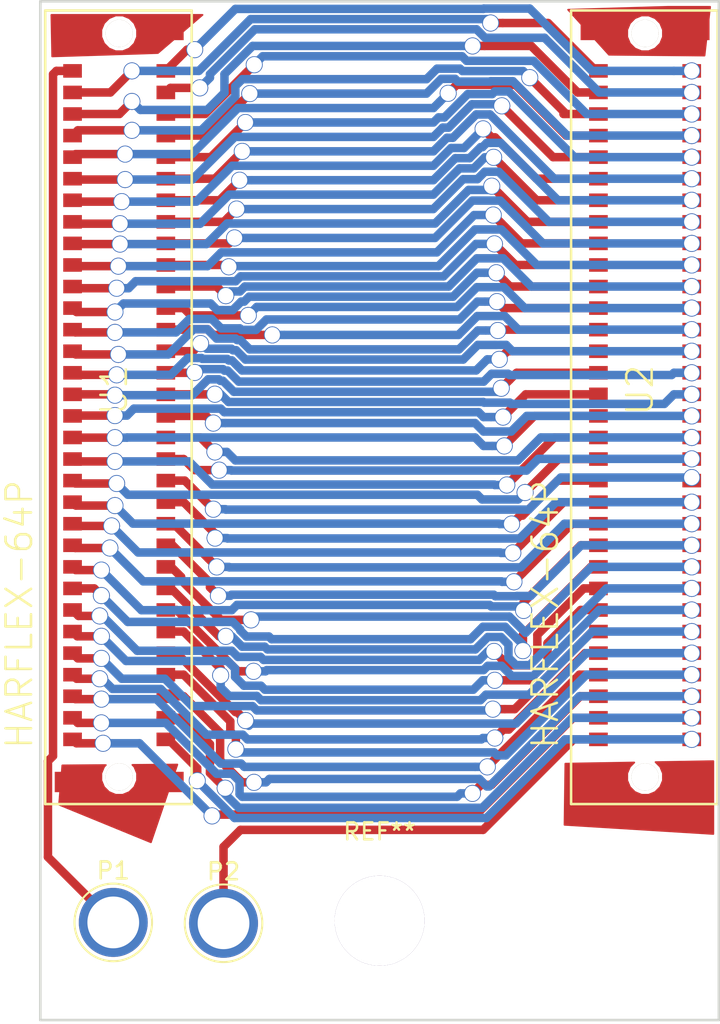
<source format=kicad_pcb>
(kicad_pcb (version 4) (host pcbnew 4.0.5)

  (general
    (links 72)
    (no_connects 3)
    (area 88.524999 77.424999 128.675001 137.575001)
    (thickness 1.6)
    (drawings 5)
    (tracks 885)
    (zones 0)
    (modules 5)
    (nets 67)
  )

  (page A4)
  (layers
    (0 F.Cu signal)
    (31 B.Cu signal)
    (32 B.Adhes user)
    (33 F.Adhes user)
    (34 B.Paste user)
    (35 F.Paste user)
    (36 B.SilkS user)
    (37 F.SilkS user)
    (38 B.Mask user)
    (39 F.Mask user)
    (40 Dwgs.User user)
    (41 Cmts.User user)
    (42 Eco1.User user)
    (43 Eco2.User user)
    (44 Edge.Cuts user)
    (45 Margin user)
    (46 B.CrtYd user)
    (47 F.CrtYd user)
    (48 B.Fab user)
    (49 F.Fab user)
  )

  (setup
    (last_trace_width 0.25)
    (trace_clearance 0.2)
    (zone_clearance 0.2)
    (zone_45_only no)
    (trace_min 0.2)
    (segment_width 0.2)
    (edge_width 0.15)
    (via_size 0.6)
    (via_drill 0.4)
    (via_min_size 0.4)
    (via_min_drill 0.3)
    (uvia_size 0.3)
    (uvia_drill 0.1)
    (uvias_allowed no)
    (uvia_min_size 0.2)
    (uvia_min_drill 0.1)
    (pcb_text_width 0.3)
    (pcb_text_size 1.5 1.5)
    (mod_edge_width 0.15)
    (mod_text_size 1 1)
    (mod_text_width 0.15)
    (pad_size 5.3 5.3)
    (pad_drill 5.3)
    (pad_to_mask_clearance 0.2)
    (aux_axis_origin 0 0)
    (visible_elements 7FFFFFFF)
    (pcbplotparams
      (layerselection 0x010c0_80000001)
      (usegerberextensions false)
      (excludeedgelayer true)
      (linewidth 0.100000)
      (plotframeref false)
      (viasonmask false)
      (mode 1)
      (useauxorigin true)
      (hpglpennumber 1)
      (hpglpenspeed 20)
      (hpglpendiameter 15)
      (hpglpenoverlay 2)
      (psnegative false)
      (psa4output false)
      (plotreference true)
      (plotvalue true)
      (plotinvisibletext false)
      (padsonsilk false)
      (subtractmaskfromsilk false)
      (outputformat 1)
      (mirror false)
      (drillshape 0)
      (scaleselection 1)
      (outputdirectory ""))
  )

  (net 0 "")
  (net 1 "Net-(U1-Pad1)")
  (net 2 "Net-(U1-Pad3)")
  (net 3 "Net-(U1-Pad4)")
  (net 4 "Net-(U1-Pad5)")
  (net 5 "Net-(U1-Pad6)")
  (net 6 "Net-(U1-Pad7)")
  (net 7 "Net-(U1-Pad8)")
  (net 8 "Net-(U1-Pad9)")
  (net 9 "Net-(U1-Pad10)")
  (net 10 "Net-(U1-Pad11)")
  (net 11 "Net-(U1-Pad12)")
  (net 12 "Net-(U1-Pad13)")
  (net 13 "Net-(U1-Pad14)")
  (net 14 "Net-(U1-Pad15)")
  (net 15 "Net-(U1-Pad16)")
  (net 16 "Net-(U1-Pad17)")
  (net 17 "Net-(U1-Pad18)")
  (net 18 "Net-(U1-Pad19)")
  (net 19 "Net-(U1-Pad20)")
  (net 20 "Net-(U1-Pad21)")
  (net 21 "Net-(U1-Pad22)")
  (net 22 "Net-(U1-Pad23)")
  (net 23 "Net-(U1-Pad24)")
  (net 24 "Net-(U1-Pad25)")
  (net 25 "Net-(U1-Pad26)")
  (net 26 "Net-(U1-Pad27)")
  (net 27 "Net-(U1-Pad28)")
  (net 28 "Net-(U1-Pad29)")
  (net 29 "Net-(U1-Pad30)")
  (net 30 "Net-(U1-Pad31)")
  (net 31 "Net-(U1-Pad32)")
  (net 32 "Net-(U1-Pad33)")
  (net 33 "Net-(U1-Pad34)")
  (net 34 "Net-(U1-Pad35)")
  (net 35 "Net-(U1-Pad36)")
  (net 36 "Net-(U1-Pad37)")
  (net 37 "Net-(U1-Pad38)")
  (net 38 "Net-(U1-Pad39)")
  (net 39 "Net-(U1-Pad40)")
  (net 40 "Net-(U1-Pad41)")
  (net 41 "Net-(U1-Pad42)")
  (net 42 "Net-(U1-Pad43)")
  (net 43 "Net-(U1-Pad44)")
  (net 44 "Net-(U1-Pad45)")
  (net 45 "Net-(U1-Pad46)")
  (net 46 "Net-(U1-Pad47)")
  (net 47 "Net-(U1-Pad48)")
  (net 48 "Net-(U1-Pad49)")
  (net 49 "Net-(U1-Pad50)")
  (net 50 "Net-(U1-Pad51)")
  (net 51 "Net-(U1-Pad52)")
  (net 52 "Net-(U1-Pad53)")
  (net 53 "Net-(U1-Pad54)")
  (net 54 "Net-(U1-Pad55)")
  (net 55 "Net-(U1-Pad56)")
  (net 56 "Net-(U1-Pad57)")
  (net 57 "Net-(U1-Pad58)")
  (net 58 "Net-(U1-Pad59)")
  (net 59 "Net-(U1-Pad60)")
  (net 60 "Net-(U1-Pad61)")
  (net 61 "Net-(U1-Pad62)")
  (net 62 "Net-(U1-Pad63)")
  (net 63 "Net-(U1-Pad64)")
  (net 64 "Net-(P1-Pad1)")
  (net 65 Mount)
  (net 66 "Net-(P2-Pad1)")

  (net_class Default "Dies ist die voreingestellte Netzklasse."
    (clearance 0.2)
    (trace_width 0.25)
    (via_dia 0.6)
    (via_drill 0.4)
    (uvia_dia 0.3)
    (uvia_drill 0.1)
  )

  (net_class Spule ""
    (clearance 0.1)
    (trace_width 0.5)
    (via_dia 1)
    (via_drill 0.9)
    (uvia_dia 0.3)
    (uvia_drill 0.1)
    (add_net Mount)
    (add_net "Net-(P1-Pad1)")
    (add_net "Net-(P2-Pad1)")
    (add_net "Net-(U1-Pad1)")
    (add_net "Net-(U1-Pad10)")
    (add_net "Net-(U1-Pad11)")
    (add_net "Net-(U1-Pad12)")
    (add_net "Net-(U1-Pad13)")
    (add_net "Net-(U1-Pad14)")
    (add_net "Net-(U1-Pad15)")
    (add_net "Net-(U1-Pad16)")
    (add_net "Net-(U1-Pad17)")
    (add_net "Net-(U1-Pad18)")
    (add_net "Net-(U1-Pad19)")
    (add_net "Net-(U1-Pad20)")
    (add_net "Net-(U1-Pad21)")
    (add_net "Net-(U1-Pad22)")
    (add_net "Net-(U1-Pad23)")
    (add_net "Net-(U1-Pad24)")
    (add_net "Net-(U1-Pad25)")
    (add_net "Net-(U1-Pad26)")
    (add_net "Net-(U1-Pad27)")
    (add_net "Net-(U1-Pad28)")
    (add_net "Net-(U1-Pad29)")
    (add_net "Net-(U1-Pad3)")
    (add_net "Net-(U1-Pad30)")
    (add_net "Net-(U1-Pad31)")
    (add_net "Net-(U1-Pad32)")
    (add_net "Net-(U1-Pad33)")
    (add_net "Net-(U1-Pad34)")
    (add_net "Net-(U1-Pad35)")
    (add_net "Net-(U1-Pad36)")
    (add_net "Net-(U1-Pad37)")
    (add_net "Net-(U1-Pad38)")
    (add_net "Net-(U1-Pad39)")
    (add_net "Net-(U1-Pad4)")
    (add_net "Net-(U1-Pad40)")
    (add_net "Net-(U1-Pad41)")
    (add_net "Net-(U1-Pad42)")
    (add_net "Net-(U1-Pad43)")
    (add_net "Net-(U1-Pad44)")
    (add_net "Net-(U1-Pad45)")
    (add_net "Net-(U1-Pad46)")
    (add_net "Net-(U1-Pad47)")
    (add_net "Net-(U1-Pad48)")
    (add_net "Net-(U1-Pad49)")
    (add_net "Net-(U1-Pad5)")
    (add_net "Net-(U1-Pad50)")
    (add_net "Net-(U1-Pad51)")
    (add_net "Net-(U1-Pad52)")
    (add_net "Net-(U1-Pad53)")
    (add_net "Net-(U1-Pad54)")
    (add_net "Net-(U1-Pad55)")
    (add_net "Net-(U1-Pad56)")
    (add_net "Net-(U1-Pad57)")
    (add_net "Net-(U1-Pad58)")
    (add_net "Net-(U1-Pad59)")
    (add_net "Net-(U1-Pad6)")
    (add_net "Net-(U1-Pad60)")
    (add_net "Net-(U1-Pad61)")
    (add_net "Net-(U1-Pad62)")
    (add_net "Net-(U1-Pad63)")
    (add_net "Net-(U1-Pad64)")
    (add_net "Net-(U1-Pad7)")
    (add_net "Net-(U1-Pad8)")
    (add_net "Net-(U1-Pad9)")
  )

  (module harting:Harting_64p_Stiftleiste (layer F.Cu) (tedit 58E2AAC3) (tstamp 58E29066)
    (at 96 81.6 270)
    (path /58E28CEB)
    (fp_text reference U1 (at 18.796 3.048 270) (layer F.SilkS)
      (effects (font (size 1.5 1.5) (thickness 0.15)))
    )
    (fp_text value HARFLEX-64P (at 32.004 8.636 270) (layer F.SilkS)
      (effects (font (size 1.5 1.5) (thickness 0.15)))
    )
    (fp_line (start 43.18 -1.524) (end 43.18 7.112) (layer F.SilkS) (width 0.15))
    (fp_line (start 43.18 7.112) (end -3.556 7.112) (layer F.SilkS) (width 0.15))
    (fp_line (start -3.556 7.112) (end -3.556 -1.524) (layer F.SilkS) (width 0.15))
    (fp_line (start -3.556 -1.524) (end 43.18 -1.524) (layer F.SilkS) (width 0.15))
    (pad 1 smd rect (at 0 0 270) (size 0.8 1.1) (layers F.Cu F.Paste F.Mask)
      (net 1 "Net-(U1-Pad1)"))
    (pad 2 smd rect (at 0 5.5 270) (size 0.8 1.1) (layers F.Cu F.Paste F.Mask)
      (net 64 "Net-(P1-Pad1)"))
    (pad 3 smd rect (at 1.27 0 270) (size 0.8 1.1) (layers F.Cu F.Paste F.Mask)
      (net 2 "Net-(U1-Pad3)"))
    (pad 4 smd rect (at 1.27 5.5 270) (size 0.8 1.1) (layers F.Cu F.Paste F.Mask)
      (net 3 "Net-(U1-Pad4)"))
    (pad 5 smd rect (at 2.54 0 270) (size 0.8 1.1) (layers F.Cu F.Paste F.Mask)
      (net 4 "Net-(U1-Pad5)"))
    (pad 6 smd rect (at 2.54 5.5 270) (size 0.8 1.1) (layers F.Cu F.Paste F.Mask)
      (net 5 "Net-(U1-Pad6)"))
    (pad 7 smd rect (at 3.81 0 270) (size 0.8 1.1) (layers F.Cu F.Paste F.Mask)
      (net 6 "Net-(U1-Pad7)"))
    (pad 8 smd rect (at 3.81 5.5 270) (size 0.8 1.1) (layers F.Cu F.Paste F.Mask)
      (net 7 "Net-(U1-Pad8)"))
    (pad 9 smd rect (at 5.08 0 270) (size 0.8 1.1) (layers F.Cu F.Paste F.Mask)
      (net 8 "Net-(U1-Pad9)"))
    (pad 10 smd rect (at 5.08 5.5 270) (size 0.8 1.1) (layers F.Cu F.Paste F.Mask)
      (net 9 "Net-(U1-Pad10)"))
    (pad 11 smd rect (at 6.35 0 270) (size 0.8 1.1) (layers F.Cu F.Paste F.Mask)
      (net 10 "Net-(U1-Pad11)"))
    (pad 12 smd rect (at 6.35 5.5 270) (size 0.8 1.1) (layers F.Cu F.Paste F.Mask)
      (net 11 "Net-(U1-Pad12)"))
    (pad 13 smd rect (at 7.62 0 270) (size 0.8 1.1) (layers F.Cu F.Paste F.Mask)
      (net 12 "Net-(U1-Pad13)"))
    (pad 14 smd rect (at 7.62 5.5 270) (size 0.8 1.1) (layers F.Cu F.Paste F.Mask)
      (net 13 "Net-(U1-Pad14)"))
    (pad 15 smd rect (at 8.89 0 270) (size 0.8 1.1) (layers F.Cu F.Paste F.Mask)
      (net 14 "Net-(U1-Pad15)"))
    (pad 16 smd rect (at 8.89 5.5 270) (size 0.8 1.1) (layers F.Cu F.Paste F.Mask)
      (net 15 "Net-(U1-Pad16)"))
    (pad 17 smd rect (at 10.16 0 270) (size 0.8 1.1) (layers F.Cu F.Paste F.Mask)
      (net 16 "Net-(U1-Pad17)"))
    (pad 18 smd rect (at 10.16 5.5 270) (size 0.8 1.1) (layers F.Cu F.Paste F.Mask)
      (net 17 "Net-(U1-Pad18)"))
    (pad 19 smd rect (at 11.43 0 270) (size 0.8 1.1) (layers F.Cu F.Paste F.Mask)
      (net 18 "Net-(U1-Pad19)"))
    (pad 20 smd rect (at 11.43 5.5 270) (size 0.8 1.1) (layers F.Cu F.Paste F.Mask)
      (net 19 "Net-(U1-Pad20)"))
    (pad 21 smd rect (at 12.7 0 270) (size 0.8 1.1) (layers F.Cu F.Paste F.Mask)
      (net 20 "Net-(U1-Pad21)"))
    (pad 22 smd rect (at 12.7 5.5 270) (size 0.8 1.1) (layers F.Cu F.Paste F.Mask)
      (net 21 "Net-(U1-Pad22)"))
    (pad 23 smd rect (at 13.97 0 270) (size 0.8 1.1) (layers F.Cu F.Paste F.Mask)
      (net 22 "Net-(U1-Pad23)"))
    (pad 24 smd rect (at 13.97 5.5 270) (size 0.8 1.1) (layers F.Cu F.Paste F.Mask)
      (net 23 "Net-(U1-Pad24)"))
    (pad 25 smd rect (at 15.24 0 270) (size 0.8 1.1) (layers F.Cu F.Paste F.Mask)
      (net 24 "Net-(U1-Pad25)"))
    (pad 26 smd rect (at 15.24 5.5 270) (size 0.8 1.1) (layers F.Cu F.Paste F.Mask)
      (net 25 "Net-(U1-Pad26)"))
    (pad 27 smd rect (at 16.51 0 270) (size 0.8 1.1) (layers F.Cu F.Paste F.Mask)
      (net 26 "Net-(U1-Pad27)"))
    (pad 28 smd rect (at 16.51 5.5 270) (size 0.8 1.1) (layers F.Cu F.Paste F.Mask)
      (net 27 "Net-(U1-Pad28)"))
    (pad 29 smd rect (at 17.78 0 270) (size 0.8 1.1) (layers F.Cu F.Paste F.Mask)
      (net 28 "Net-(U1-Pad29)"))
    (pad 30 smd rect (at 17.78 5.5 270) (size 0.8 1.1) (layers F.Cu F.Paste F.Mask)
      (net 29 "Net-(U1-Pad30)"))
    (pad 31 smd rect (at 19.05 0 270) (size 0.8 1.1) (layers F.Cu F.Paste F.Mask)
      (net 30 "Net-(U1-Pad31)"))
    (pad 32 smd rect (at 19.05 5.5 270) (size 0.8 1.1) (layers F.Cu F.Paste F.Mask)
      (net 31 "Net-(U1-Pad32)"))
    (pad 33 smd rect (at 20.32 0 270) (size 0.8 1.1) (layers F.Cu F.Paste F.Mask)
      (net 32 "Net-(U1-Pad33)"))
    (pad 34 smd rect (at 20.32 5.5 270) (size 0.8 1.1) (layers F.Cu F.Paste F.Mask)
      (net 33 "Net-(U1-Pad34)"))
    (pad 35 smd rect (at 21.59 0 270) (size 0.8 1.1) (layers F.Cu F.Paste F.Mask)
      (net 34 "Net-(U1-Pad35)"))
    (pad 36 smd rect (at 21.59 5.5 270) (size 0.8 1.1) (layers F.Cu F.Paste F.Mask)
      (net 35 "Net-(U1-Pad36)"))
    (pad 37 smd rect (at 22.86 0 270) (size 0.8 1.1) (layers F.Cu F.Paste F.Mask)
      (net 36 "Net-(U1-Pad37)"))
    (pad 38 smd rect (at 22.86 5.5 270) (size 0.8 1.1) (layers F.Cu F.Paste F.Mask)
      (net 37 "Net-(U1-Pad38)"))
    (pad 39 smd rect (at 24.13 0 270) (size 0.8 1.1) (layers F.Cu F.Paste F.Mask)
      (net 38 "Net-(U1-Pad39)"))
    (pad 40 smd rect (at 24.13 5.5 270) (size 0.8 1.1) (layers F.Cu F.Paste F.Mask)
      (net 39 "Net-(U1-Pad40)"))
    (pad 41 smd rect (at 25.4 0 270) (size 0.8 1.1) (layers F.Cu F.Paste F.Mask)
      (net 40 "Net-(U1-Pad41)"))
    (pad 42 smd rect (at 25.4 5.5 270) (size 0.8 1.1) (layers F.Cu F.Paste F.Mask)
      (net 41 "Net-(U1-Pad42)"))
    (pad 43 smd rect (at 26.67 0 270) (size 0.8 1.1) (layers F.Cu F.Paste F.Mask)
      (net 42 "Net-(U1-Pad43)"))
    (pad 44 smd rect (at 26.67 5.5 270) (size 0.8 1.1) (layers F.Cu F.Paste F.Mask)
      (net 43 "Net-(U1-Pad44)"))
    (pad 45 smd rect (at 27.94 0 270) (size 0.8 1.1) (layers F.Cu F.Paste F.Mask)
      (net 44 "Net-(U1-Pad45)"))
    (pad 46 smd rect (at 27.94 5.5 270) (size 0.8 1.1) (layers F.Cu F.Paste F.Mask)
      (net 45 "Net-(U1-Pad46)"))
    (pad 47 smd rect (at 29.21 0 270) (size 0.8 1.1) (layers F.Cu F.Paste F.Mask)
      (net 46 "Net-(U1-Pad47)"))
    (pad 48 smd rect (at 29.21 5.5 270) (size 0.8 1.1) (layers F.Cu F.Paste F.Mask)
      (net 47 "Net-(U1-Pad48)"))
    (pad 49 smd rect (at 30.48 0 270) (size 0.8 1.1) (layers F.Cu F.Paste F.Mask)
      (net 48 "Net-(U1-Pad49)"))
    (pad 50 smd rect (at 30.48 5.5 270) (size 0.8 1.1) (layers F.Cu F.Paste F.Mask)
      (net 49 "Net-(U1-Pad50)"))
    (pad 51 smd rect (at 31.75 0 270) (size 0.8 1.1) (layers F.Cu F.Paste F.Mask)
      (net 50 "Net-(U1-Pad51)"))
    (pad 52 smd rect (at 31.75 5.5 270) (size 0.8 1.1) (layers F.Cu F.Paste F.Mask)
      (net 51 "Net-(U1-Pad52)"))
    (pad 53 smd rect (at 33.02 0 270) (size 0.8 1.1) (layers F.Cu F.Paste F.Mask)
      (net 52 "Net-(U1-Pad53)"))
    (pad 54 smd rect (at 33.02 5.5 270) (size 0.8 1.1) (layers F.Cu F.Paste F.Mask)
      (net 53 "Net-(U1-Pad54)"))
    (pad 55 smd rect (at 34.29 0 270) (size 0.8 1.1) (layers F.Cu F.Paste F.Mask)
      (net 54 "Net-(U1-Pad55)"))
    (pad 56 smd rect (at 34.29 5.5 270) (size 0.8 1.1) (layers F.Cu F.Paste F.Mask)
      (net 55 "Net-(U1-Pad56)"))
    (pad 57 smd rect (at 35.56 0 270) (size 0.8 1.1) (layers F.Cu F.Paste F.Mask)
      (net 56 "Net-(U1-Pad57)"))
    (pad 58 smd rect (at 35.56 5.5 270) (size 0.8 1.1) (layers F.Cu F.Paste F.Mask)
      (net 57 "Net-(U1-Pad58)"))
    (pad 59 smd rect (at 36.83 0 270) (size 0.8 1.1) (layers F.Cu F.Paste F.Mask)
      (net 58 "Net-(U1-Pad59)"))
    (pad 60 smd rect (at 36.83 5.5 270) (size 0.8 1.1) (layers F.Cu F.Paste F.Mask)
      (net 59 "Net-(U1-Pad60)"))
    (pad 61 smd rect (at 38.1 0 270) (size 0.8 1.1) (layers F.Cu F.Paste F.Mask)
      (net 60 "Net-(U1-Pad61)"))
    (pad 62 smd rect (at 38.1 5.5 270) (size 0.8 1.1) (layers F.Cu F.Paste F.Mask)
      (net 61 "Net-(U1-Pad62)"))
    (pad 63 smd rect (at 39.37 0 270) (size 0.8 1.1) (layers F.Cu F.Paste F.Mask)
      (net 62 "Net-(U1-Pad63)"))
    (pad 64 smd rect (at 39.37 5.5 270) (size 0.8 1.1) (layers F.Cu F.Paste F.Mask)
      (net 63 "Net-(U1-Pad64)"))
    (pad 65 smd rect (at 41.88 0.2 270) (size 1.2 2.5) (layers F.Cu F.Paste F.Mask)
      (net 65 Mount) (zone_connect 2))
    (pad 66 smd rect (at 41.88 5.3 270) (size 1.2 2.5) (layers F.Cu F.Paste F.Mask)
      (net 65 Mount) (zone_connect 2))
    (pad 67 smd rect (at -2.41 0.2 270) (size 1.2 2.5) (layers F.Cu F.Paste F.Mask)
      (net 65 Mount) (zone_connect 2))
    (pad 68 smd rect (at -2.41 5.3 270) (size 1.2 2.5) (layers F.Cu F.Paste F.Mask)
      (net 65 Mount) (zone_connect 2))
    (pad 72 thru_hole circle (at 41.58 2.75 270) (size 1.6 1.6) (drill 1.6) (layers *.Cu *.Mask F.SilkS))
    (pad 73 thru_hole circle (at -2.21 2.75 270) (size 1.6 1.6) (drill 1.6) (layers *.Cu *.Mask F.SilkS))
  )

  (module harting:Harting_64p_Stiftleiste (layer F.Cu) (tedit 58E2AA78) (tstamp 58E290B0)
    (at 127 81.6 270)
    (path /58E28DF9)
    (fp_text reference U2 (at 18.796 3.048 270) (layer F.SilkS)
      (effects (font (size 1.5 1.5) (thickness 0.15)))
    )
    (fp_text value HARFLEX-64P (at 32.004 8.636 270) (layer F.SilkS)
      (effects (font (size 1.5 1.5) (thickness 0.15)))
    )
    (fp_line (start 43.18 -1.524) (end 43.18 7.112) (layer F.SilkS) (width 0.15))
    (fp_line (start 43.18 7.112) (end -3.556 7.112) (layer F.SilkS) (width 0.15))
    (fp_line (start -3.556 7.112) (end -3.556 -1.524) (layer F.SilkS) (width 0.15))
    (fp_line (start -3.556 -1.524) (end 43.18 -1.524) (layer F.SilkS) (width 0.15))
    (pad 1 smd rect (at 0 0 270) (size 0.8 1.1) (layers F.Cu F.Paste F.Mask)
      (net 1 "Net-(U1-Pad1)"))
    (pad 2 smd rect (at 0 5.5 270) (size 0.8 1.1) (layers F.Cu F.Paste F.Mask)
      (net 3 "Net-(U1-Pad4)"))
    (pad 3 smd rect (at 1.27 0 270) (size 0.8 1.1) (layers F.Cu F.Paste F.Mask)
      (net 2 "Net-(U1-Pad3)"))
    (pad 4 smd rect (at 1.27 5.5 270) (size 0.8 1.1) (layers F.Cu F.Paste F.Mask)
      (net 5 "Net-(U1-Pad6)"))
    (pad 5 smd rect (at 2.54 0 270) (size 0.8 1.1) (layers F.Cu F.Paste F.Mask)
      (net 4 "Net-(U1-Pad5)"))
    (pad 6 smd rect (at 2.54 5.5 270) (size 0.8 1.1) (layers F.Cu F.Paste F.Mask)
      (net 7 "Net-(U1-Pad8)"))
    (pad 7 smd rect (at 3.81 0 270) (size 0.8 1.1) (layers F.Cu F.Paste F.Mask)
      (net 6 "Net-(U1-Pad7)"))
    (pad 8 smd rect (at 3.81 5.5 270) (size 0.8 1.1) (layers F.Cu F.Paste F.Mask)
      (net 9 "Net-(U1-Pad10)"))
    (pad 9 smd rect (at 5.08 0 270) (size 0.8 1.1) (layers F.Cu F.Paste F.Mask)
      (net 8 "Net-(U1-Pad9)"))
    (pad 10 smd rect (at 5.08 5.5 270) (size 0.8 1.1) (layers F.Cu F.Paste F.Mask)
      (net 11 "Net-(U1-Pad12)"))
    (pad 11 smd rect (at 6.35 0 270) (size 0.8 1.1) (layers F.Cu F.Paste F.Mask)
      (net 10 "Net-(U1-Pad11)"))
    (pad 12 smd rect (at 6.35 5.5 270) (size 0.8 1.1) (layers F.Cu F.Paste F.Mask)
      (net 13 "Net-(U1-Pad14)"))
    (pad 13 smd rect (at 7.62 0 270) (size 0.8 1.1) (layers F.Cu F.Paste F.Mask)
      (net 12 "Net-(U1-Pad13)"))
    (pad 14 smd rect (at 7.62 5.5 270) (size 0.8 1.1) (layers F.Cu F.Paste F.Mask)
      (net 15 "Net-(U1-Pad16)"))
    (pad 15 smd rect (at 8.89 0 270) (size 0.8 1.1) (layers F.Cu F.Paste F.Mask)
      (net 14 "Net-(U1-Pad15)"))
    (pad 16 smd rect (at 8.89 5.5 270) (size 0.8 1.1) (layers F.Cu F.Paste F.Mask)
      (net 17 "Net-(U1-Pad18)"))
    (pad 17 smd rect (at 10.16 0 270) (size 0.8 1.1) (layers F.Cu F.Paste F.Mask)
      (net 16 "Net-(U1-Pad17)"))
    (pad 18 smd rect (at 10.16 5.5 270) (size 0.8 1.1) (layers F.Cu F.Paste F.Mask)
      (net 19 "Net-(U1-Pad20)"))
    (pad 19 smd rect (at 11.43 0 270) (size 0.8 1.1) (layers F.Cu F.Paste F.Mask)
      (net 18 "Net-(U1-Pad19)"))
    (pad 20 smd rect (at 11.43 5.5 270) (size 0.8 1.1) (layers F.Cu F.Paste F.Mask)
      (net 21 "Net-(U1-Pad22)"))
    (pad 21 smd rect (at 12.7 0 270) (size 0.8 1.1) (layers F.Cu F.Paste F.Mask)
      (net 20 "Net-(U1-Pad21)"))
    (pad 22 smd rect (at 12.7 5.5 270) (size 0.8 1.1) (layers F.Cu F.Paste F.Mask)
      (net 23 "Net-(U1-Pad24)"))
    (pad 23 smd rect (at 13.97 0 270) (size 0.8 1.1) (layers F.Cu F.Paste F.Mask)
      (net 22 "Net-(U1-Pad23)"))
    (pad 24 smd rect (at 13.97 5.5 270) (size 0.8 1.1) (layers F.Cu F.Paste F.Mask)
      (net 25 "Net-(U1-Pad26)"))
    (pad 25 smd rect (at 15.24 0 270) (size 0.8 1.1) (layers F.Cu F.Paste F.Mask)
      (net 24 "Net-(U1-Pad25)"))
    (pad 26 smd rect (at 15.24 5.5 270) (size 0.8 1.1) (layers F.Cu F.Paste F.Mask)
      (net 27 "Net-(U1-Pad28)"))
    (pad 27 smd rect (at 16.51 0 270) (size 0.8 1.1) (layers F.Cu F.Paste F.Mask)
      (net 26 "Net-(U1-Pad27)"))
    (pad 28 smd rect (at 16.51 5.5 270) (size 0.8 1.1) (layers F.Cu F.Paste F.Mask)
      (net 29 "Net-(U1-Pad30)"))
    (pad 29 smd rect (at 17.78 0 270) (size 0.8 1.1) (layers F.Cu F.Paste F.Mask)
      (net 28 "Net-(U1-Pad29)"))
    (pad 30 smd rect (at 17.78 5.5 270) (size 0.8 1.1) (layers F.Cu F.Paste F.Mask)
      (net 31 "Net-(U1-Pad32)"))
    (pad 31 smd rect (at 19.05 0 270) (size 0.8 1.1) (layers F.Cu F.Paste F.Mask)
      (net 30 "Net-(U1-Pad31)"))
    (pad 32 smd rect (at 19.05 5.5 270) (size 0.8 1.1) (layers F.Cu F.Paste F.Mask)
      (net 33 "Net-(U1-Pad34)"))
    (pad 33 smd rect (at 20.32 0 270) (size 0.8 1.1) (layers F.Cu F.Paste F.Mask)
      (net 32 "Net-(U1-Pad33)"))
    (pad 34 smd rect (at 20.32 5.5 270) (size 0.8 1.1) (layers F.Cu F.Paste F.Mask)
      (net 35 "Net-(U1-Pad36)"))
    (pad 35 smd rect (at 21.59 0 270) (size 0.8 1.1) (layers F.Cu F.Paste F.Mask)
      (net 34 "Net-(U1-Pad35)"))
    (pad 36 smd rect (at 21.59 5.5 270) (size 0.8 1.1) (layers F.Cu F.Paste F.Mask)
      (net 37 "Net-(U1-Pad38)"))
    (pad 37 smd rect (at 22.86 0 270) (size 0.8 1.1) (layers F.Cu F.Paste F.Mask)
      (net 36 "Net-(U1-Pad37)"))
    (pad 38 smd rect (at 22.86 5.5 270) (size 0.8 1.1) (layers F.Cu F.Paste F.Mask)
      (net 39 "Net-(U1-Pad40)"))
    (pad 39 smd rect (at 24.13 0 270) (size 0.8 1.1) (layers F.Cu F.Paste F.Mask)
      (net 38 "Net-(U1-Pad39)"))
    (pad 40 smd rect (at 24.13 5.5 270) (size 0.8 1.1) (layers F.Cu F.Paste F.Mask)
      (net 41 "Net-(U1-Pad42)"))
    (pad 41 smd rect (at 25.4 0 270) (size 0.8 1.1) (layers F.Cu F.Paste F.Mask)
      (net 40 "Net-(U1-Pad41)"))
    (pad 42 smd rect (at 25.4 5.5 270) (size 0.8 1.1) (layers F.Cu F.Paste F.Mask)
      (net 43 "Net-(U1-Pad44)"))
    (pad 43 smd rect (at 26.67 0 270) (size 0.8 1.1) (layers F.Cu F.Paste F.Mask)
      (net 42 "Net-(U1-Pad43)"))
    (pad 44 smd rect (at 26.67 5.5 270) (size 0.8 1.1) (layers F.Cu F.Paste F.Mask)
      (net 45 "Net-(U1-Pad46)"))
    (pad 45 smd rect (at 27.94 0 270) (size 0.8 1.1) (layers F.Cu F.Paste F.Mask)
      (net 44 "Net-(U1-Pad45)"))
    (pad 46 smd rect (at 27.94 5.5 270) (size 0.8 1.1) (layers F.Cu F.Paste F.Mask)
      (net 47 "Net-(U1-Pad48)"))
    (pad 47 smd rect (at 29.21 0 270) (size 0.8 1.1) (layers F.Cu F.Paste F.Mask)
      (net 46 "Net-(U1-Pad47)"))
    (pad 48 smd rect (at 29.21 5.5 270) (size 0.8 1.1) (layers F.Cu F.Paste F.Mask)
      (net 49 "Net-(U1-Pad50)"))
    (pad 49 smd rect (at 30.48 0 270) (size 0.8 1.1) (layers F.Cu F.Paste F.Mask)
      (net 48 "Net-(U1-Pad49)"))
    (pad 50 smd rect (at 30.48 5.5 270) (size 0.8 1.1) (layers F.Cu F.Paste F.Mask)
      (net 51 "Net-(U1-Pad52)"))
    (pad 51 smd rect (at 31.75 0 270) (size 0.8 1.1) (layers F.Cu F.Paste F.Mask)
      (net 50 "Net-(U1-Pad51)"))
    (pad 52 smd rect (at 31.75 5.5 270) (size 0.8 1.1) (layers F.Cu F.Paste F.Mask)
      (net 53 "Net-(U1-Pad54)"))
    (pad 53 smd rect (at 33.02 0 270) (size 0.8 1.1) (layers F.Cu F.Paste F.Mask)
      (net 52 "Net-(U1-Pad53)"))
    (pad 54 smd rect (at 33.02 5.5 270) (size 0.8 1.1) (layers F.Cu F.Paste F.Mask)
      (net 55 "Net-(U1-Pad56)"))
    (pad 55 smd rect (at 34.29 0 270) (size 0.8 1.1) (layers F.Cu F.Paste F.Mask)
      (net 54 "Net-(U1-Pad55)"))
    (pad 56 smd rect (at 34.29 5.5 270) (size 0.8 1.1) (layers F.Cu F.Paste F.Mask)
      (net 57 "Net-(U1-Pad58)"))
    (pad 57 smd rect (at 35.56 0 270) (size 0.8 1.1) (layers F.Cu F.Paste F.Mask)
      (net 56 "Net-(U1-Pad57)"))
    (pad 58 smd rect (at 35.56 5.5 270) (size 0.8 1.1) (layers F.Cu F.Paste F.Mask)
      (net 59 "Net-(U1-Pad60)"))
    (pad 59 smd rect (at 36.83 0 270) (size 0.8 1.1) (layers F.Cu F.Paste F.Mask)
      (net 58 "Net-(U1-Pad59)"))
    (pad 60 smd rect (at 36.83 5.5 270) (size 0.8 1.1) (layers F.Cu F.Paste F.Mask)
      (net 61 "Net-(U1-Pad62)"))
    (pad 61 smd rect (at 38.1 0 270) (size 0.8 1.1) (layers F.Cu F.Paste F.Mask)
      (net 60 "Net-(U1-Pad61)"))
    (pad 62 smd rect (at 38.1 5.5 270) (size 0.8 1.1) (layers F.Cu F.Paste F.Mask)
      (net 63 "Net-(U1-Pad64)"))
    (pad 63 smd rect (at 39.37 0 270) (size 0.8 1.1) (layers F.Cu F.Paste F.Mask)
      (net 62 "Net-(U1-Pad63)"))
    (pad 64 smd rect (at 39.37 5.5 270) (size 0.8 1.1) (layers F.Cu F.Paste F.Mask)
      (net 66 "Net-(P2-Pad1)"))
    (pad 65 smd rect (at 41.88 0.2 270) (size 1.2 2.5) (layers F.Cu F.Paste F.Mask)
      (net 65 Mount) (zone_connect 2))
    (pad 66 smd rect (at 41.88 5.3 270) (size 1.2 2.5) (layers F.Cu F.Paste F.Mask)
      (net 65 Mount) (zone_connect 2))
    (pad 67 smd rect (at -2.41 0.2 270) (size 1.2 2.5) (layers F.Cu F.Paste F.Mask)
      (net 65 Mount) (zone_connect 2))
    (pad 68 smd rect (at -2.41 5.3 270) (size 1.2 2.5) (layers F.Cu F.Paste F.Mask)
      (net 65 Mount) (zone_connect 2))
    (pad 72 thru_hole circle (at 41.58 2.75 270) (size 1.6 1.6) (drill 1.6) (layers *.Cu *.Mask F.SilkS))
    (pad 73 thru_hole circle (at -2.21 2.75 270) (size 1.6 1.6) (drill 1.6) (layers *.Cu *.Mask F.SilkS))
  )

  (module Connect:1pin (layer F.Cu) (tedit 5861332C) (tstamp 58E2A873)
    (at 92.9 131.75)
    (descr "module 1 pin (ou trou mecanique de percage)")
    (tags DEV)
    (path /58E2A8AF)
    (fp_text reference P1 (at 0 -3.048) (layer F.SilkS)
      (effects (font (size 1 1) (thickness 0.15)))
    )
    (fp_text value CONN_01X01 (at 0 3) (layer F.Fab)
      (effects (font (size 1 1) (thickness 0.15)))
    )
    (fp_circle (center 0 0) (end 2 0.8) (layer F.Fab) (width 0.1))
    (fp_circle (center 0 0) (end 2.6 0) (layer F.CrtYd) (width 0.05))
    (fp_circle (center 0 0) (end 0 -2.286) (layer F.SilkS) (width 0.12))
    (pad 1 thru_hole circle (at 0 0) (size 4.064 4.064) (drill 3.048) (layers *.Cu *.Mask)
      (net 64 "Net-(P1-Pad1)"))
  )

  (module Connect:1pin (layer F.Cu) (tedit 5861332C) (tstamp 58E2A921)
    (at 99.4 131.8)
    (descr "module 1 pin (ou trou mecanique de percage)")
    (tags DEV)
    (path /58E2A836)
    (fp_text reference P2 (at 0 -3.048) (layer F.SilkS)
      (effects (font (size 1 1) (thickness 0.15)))
    )
    (fp_text value CONN_01X01 (at 0 3) (layer F.Fab)
      (effects (font (size 1 1) (thickness 0.15)))
    )
    (fp_circle (center 0 0) (end 2 0.8) (layer F.Fab) (width 0.1))
    (fp_circle (center 0 0) (end 2.6 0) (layer F.CrtYd) (width 0.05))
    (fp_circle (center 0 0) (end 0 -2.286) (layer F.SilkS) (width 0.12))
    (pad 1 thru_hole circle (at 0 0) (size 4.064 4.064) (drill 3.048) (layers *.Cu *.Mask)
      (net 66 "Net-(P2-Pad1)"))
  )

  (module Mounting_Holes:MountingHole_5.3mm_M5_ISO14580 (layer F.Cu) (tedit 58E2AC8A) (tstamp 58E2AD0E)
    (at 108.6 131.65)
    (descr "Mounting Hole 5.3mm, no annular, M5, ISO14580")
    (tags "mounting hole 5.3mm no annular m5 iso14580")
    (fp_text reference REF** (at 0 -5.25) (layer F.SilkS)
      (effects (font (size 1 1) (thickness 0.15)))
    )
    (fp_text value MountingHole_5.3mm_M5_ISO14580 (at 0 5.25) (layer F.Fab)
      (effects (font (size 1 1) (thickness 0.15)))
    )
    (fp_circle (center 0 0) (end 4.25 0) (layer Cmts.User) (width 0.15))
    (fp_circle (center 0 0) (end 4.5 0) (layer F.CrtYd) (width 0.05))
    (pad 1 thru_hole circle (at 0 0) (size 5.3 5.3) (drill 5.3) (layers *.Cu *.Mask))
  )

  (gr_line (start 88.6 77.65) (end 88.6 77.5) (angle 90) (layer Edge.Cuts) (width 0.15))
  (gr_line (start 88.6 137.5) (end 88.6 77.55) (angle 90) (layer Edge.Cuts) (width 0.15))
  (gr_line (start 128.6 137.5) (end 88.6 137.5) (angle 90) (layer Edge.Cuts) (width 0.15))
  (gr_line (start 128.6 77.5) (end 128.6 137.5) (angle 90) (layer Edge.Cuts) (width 0.15))
  (gr_line (start 88.6 77.5) (end 128.6 77.5) (angle 90) (layer Edge.Cuts) (width 0.15))

  (segment (start 117.454222 77.931279) (end 121.122943 81.6) (width 0.5) (layer B.Cu) (net 1))
  (segment (start 97.7 80.35) (end 100.099998 77.950002) (width 0.5) (layer B.Cu) (net 1))
  (segment (start 114.720575 77.950002) (end 114.739298 77.931279) (width 0.5) (layer B.Cu) (net 1))
  (segment (start 121.122943 81.6) (end 125.95 81.6) (width 0.5) (layer B.Cu) (net 1))
  (segment (start 100.099998 77.950002) (end 114.720575 77.950002) (width 0.5) (layer B.Cu) (net 1))
  (segment (start 114.739298 77.931279) (end 117.454222 77.931279) (width 0.5) (layer B.Cu) (net 1))
  (segment (start 125.95 81.6) (end 127 81.6) (width 0.5) (layer B.Cu) (net 1))
  (segment (start 97.7 80.35) (end 97.25 80.35) (width 0.5) (layer F.Cu) (net 1))
  (segment (start 97.25 80.35) (end 96 81.6) (width 0.5) (layer F.Cu) (net 1))
  (via (at 97.7 80.35) (size 1) (drill 0.9) (layers F.Cu B.Cu) (net 1))
  (segment (start 96.15 81.6) (end 96 81.6) (width 0.5) (layer F.Cu) (net 1))
  (via (at 127 81.6) (size 1) (drill 0.9) (layers F.Cu B.Cu) (net 1))
  (segment (start 98 82.6) (end 96.27 82.6) (width 0.5) (layer F.Cu) (net 2))
  (segment (start 96.27 82.6) (end 96 82.87) (width 0.5) (layer F.Cu) (net 2))
  (segment (start 98.6 81.797084) (end 98.6 82) (width 0.5) (layer B.Cu) (net 2))
  (segment (start 98.6 82) (end 98 82.6) (width 0.5) (layer B.Cu) (net 2))
  (via (at 98 82.6) (size 1) (drill 0.9) (layers F.Cu B.Cu) (net 2))
  (segment (start 114.313944 79.150022) (end 101.247062 79.150022) (width 0.5) (layer B.Cu) (net 2))
  (segment (start 127 82.87) (end 121.544401 82.87) (width 0.5) (layer B.Cu) (net 2))
  (segment (start 121.544401 82.87) (end 118.324413 79.650012) (width 0.5) (layer B.Cu) (net 2))
  (segment (start 114.813934 79.650012) (end 114.313944 79.150022) (width 0.5) (layer B.Cu) (net 2))
  (segment (start 101.247062 79.150022) (end 98.6 81.797084) (width 0.5) (layer B.Cu) (net 2))
  (segment (start 118.324413 79.650012) (end 114.813934 79.650012) (width 0.5) (layer B.Cu) (net 2))
  (segment (start 96.07 82.8) (end 96 82.87) (width 0.5) (layer F.Cu) (net 2))
  (via (at 127 82.87) (size 1) (drill 0.9) (layers F.Cu B.Cu) (net 2))
  (via (at 115.147299 78.78128) (size 1) (drill 0.9) (layers F.Cu B.Cu) (net 3))
  (segment (start 115.854405 78.78128) (end 115.147299 78.78128) (width 0.5) (layer F.Cu) (net 3))
  (segment (start 97.948542 81.6) (end 100.998532 78.55001) (width 0.5) (layer B.Cu) (net 3))
  (segment (start 94 81.6) (end 97.948542 81.6) (width 0.5) (layer B.Cu) (net 3))
  (segment (start 114.916029 78.55001) (end 115.147299 78.78128) (width 0.5) (layer B.Cu) (net 3))
  (segment (start 121.35 81.6) (end 118.53128 78.78128) (width 0.5) (layer F.Cu) (net 3))
  (segment (start 118.53128 78.78128) (end 115.854405 78.78128) (width 0.5) (layer F.Cu) (net 3))
  (segment (start 100.998532 78.55001) (end 114.916029 78.55001) (width 0.5) (layer B.Cu) (net 3))
  (segment (start 121.5 81.6) (end 121.35 81.6) (width 0.5) (layer F.Cu) (net 3))
  (segment (start 90.5 82.87) (end 92.73 82.87) (width 0.5) (layer F.Cu) (net 3))
  (segment (start 92.73 82.87) (end 94 81.6) (width 0.5) (layer F.Cu) (net 3))
  (via (at 94 81.6) (size 1) (drill 0.9) (layers F.Cu B.Cu) (net 3))
  (segment (start 90.57 82.8) (end 90.5 82.87) (width 0.5) (layer F.Cu) (net 3))
  (segment (start 120.805258 84.14) (end 117.673846 81.008588) (width 0.5) (layer B.Cu) (net 4))
  (segment (start 113.729614 81.008588) (end 113.459133 80.738107) (width 0.5) (layer B.Cu) (net 4))
  (segment (start 117.673846 81.008588) (end 113.729614 81.008588) (width 0.5) (layer B.Cu) (net 4))
  (segment (start 127 84.14) (end 120.805258 84.14) (width 0.5) (layer B.Cu) (net 4))
  (segment (start 101.709617 80.738107) (end 101.209618 81.238106) (width 0.5) (layer B.Cu) (net 4))
  (segment (start 113.459133 80.738107) (end 101.709617 80.738107) (width 0.5) (layer B.Cu) (net 4))
  (segment (start 98.307724 84.14) (end 100.709619 81.738105) (width 0.5) (layer F.Cu) (net 4))
  (segment (start 100.709619 81.738105) (end 101.209618 81.238106) (width 0.5) (layer F.Cu) (net 4))
  (segment (start 96 84.14) (end 98.307724 84.14) (width 0.5) (layer F.Cu) (net 4))
  (via (at 101.209618 81.238106) (size 1) (drill 0.9) (layers F.Cu B.Cu) (net 4))
  (via (at 127 84.14) (size 1) (drill 0.9) (layers F.Cu B.Cu) (net 4))
  (segment (start 94.499999 83.899999) (end 98.440243 83.899999) (width 0.5) (layer B.Cu) (net 5))
  (segment (start 120.276389 82.87) (end 117.537045 80.130656) (width 0.5) (layer F.Cu) (net 5))
  (segment (start 94 83.4) (end 94.499999 83.899999) (width 0.5) (layer B.Cu) (net 5))
  (segment (start 121.5 82.87) (end 120.276389 82.87) (width 0.5) (layer F.Cu) (net 5))
  (segment (start 99.45508 82.885162) (end 99.45508 81.790546) (width 0.5) (layer B.Cu) (net 5))
  (segment (start 114.78565 80.130656) (end 114.078544 80.130656) (width 0.5) (layer F.Cu) (net 5))
  (segment (start 98.440243 83.899999) (end 99.45508 82.885162) (width 0.5) (layer B.Cu) (net 5))
  (segment (start 113.371438 80.130656) (end 114.078544 80.130656) (width 0.5) (layer B.Cu) (net 5))
  (via (at 114.078544 80.130656) (size 1) (drill 0.9) (layers F.Cu B.Cu) (net 5))
  (segment (start 117.537045 80.130656) (end 114.78565 80.130656) (width 0.5) (layer F.Cu) (net 5))
  (segment (start 101.11497 80.130656) (end 113.371438 80.130656) (width 0.5) (layer B.Cu) (net 5))
  (segment (start 99.45508 81.790546) (end 101.11497 80.130656) (width 0.5) (layer B.Cu) (net 5))
  (segment (start 90.5 84.14) (end 93.26 84.14) (width 0.5) (layer F.Cu) (net 5))
  (segment (start 93.26 84.14) (end 94 83.4) (width 0.5) (layer F.Cu) (net 5))
  (via (at 94 83.4) (size 1) (drill 0.9) (layers F.Cu B.Cu) (net 5))
  (segment (start 115.124304 82.232215) (end 113.21323 82.232215) (width 0.5) (layer B.Cu) (net 6))
  (segment (start 101.65503 82.938117) (end 100.947924 82.938117) (width 0.5) (layer B.Cu) (net 6))
  (segment (start 127 85.41) (end 119.662367 85.41) (width 0.5) (layer B.Cu) (net 6))
  (segment (start 113.05003 82.069015) (end 112.234026 82.069015) (width 0.5) (layer B.Cu) (net 6))
  (segment (start 112.234026 82.069015) (end 111.364924 82.938117) (width 0.5) (layer B.Cu) (net 6))
  (segment (start 119.662367 85.41) (end 116.460977 82.20861) (width 0.5) (layer B.Cu) (net 6))
  (segment (start 111.364924 82.938117) (end 101.65503 82.938117) (width 0.5) (layer B.Cu) (net 6))
  (segment (start 115.147909 82.20861) (end 115.124304 82.232215) (width 0.5) (layer B.Cu) (net 6))
  (segment (start 113.21323 82.232215) (end 113.05003 82.069015) (width 0.5) (layer B.Cu) (net 6))
  (segment (start 116.460977 82.20861) (end 115.147909 82.20861) (width 0.5) (layer B.Cu) (net 6))
  (segment (start 96 85.41) (end 98.476041 85.41) (width 0.5) (layer F.Cu) (net 6))
  (segment (start 98.476041 85.41) (end 100.447925 83.438116) (width 0.5) (layer F.Cu) (net 6))
  (segment (start 100.447925 83.438116) (end 100.947924 82.938117) (width 0.5) (layer F.Cu) (net 6))
  (via (at 100.947924 82.938117) (size 1) (drill 0.9) (layers F.Cu B.Cu) (net 6))
  (via (at 127 85.41) (size 1) (drill 0.9) (layers F.Cu B.Cu) (net 6))
  (segment (start 94 85.1) (end 98.090796 85.1) (width 0.5) (layer B.Cu) (net 7))
  (segment (start 113.481082 81.608599) (end 117.063063 81.608599) (width 0.5) (layer B.Cu) (net 7))
  (segment (start 111.985494 81.469004) (end 113.341487 81.469004) (width 0.5) (layer B.Cu) (net 7))
  (segment (start 117.063063 81.608599) (end 117.452232 81.997768) (width 0.5) (layer B.Cu) (net 7))
  (segment (start 111.366391 82.088107) (end 111.985494 81.469004) (width 0.5) (layer B.Cu) (net 7))
  (segment (start 100.506459 82.088107) (end 111.366391 82.088107) (width 0.5) (layer B.Cu) (net 7))
  (segment (start 100.095763 82.498803) (end 100.506459 82.088107) (width 0.5) (layer B.Cu) (net 7))
  (segment (start 100.095763 83.095033) (end 100.095763 82.498803) (width 0.5) (layer B.Cu) (net 7))
  (segment (start 119.536573 84.082109) (end 117.952231 82.497767) (width 0.5) (layer F.Cu) (net 7))
  (segment (start 119.536573 84.14) (end 119.536573 84.082109) (width 0.5) (layer F.Cu) (net 7))
  (segment (start 98.090796 85.1) (end 100.095763 83.095033) (width 0.5) (layer B.Cu) (net 7))
  (via (at 117.452232 81.997768) (size 1) (drill 0.9) (layers F.Cu B.Cu) (net 7))
  (segment (start 117.952231 82.497767) (end 117.452232 81.997768) (width 0.5) (layer F.Cu) (net 7))
  (segment (start 113.341487 81.469004) (end 113.481082 81.608599) (width 0.5) (layer B.Cu) (net 7))
  (segment (start 119.536573 84.14) (end 119.44 84.14) (width 0.5) (layer F.Cu) (net 7))
  (segment (start 121.5 84.14) (end 119.536573 84.14) (width 0.5) (layer F.Cu) (net 7))
  (segment (start 94 85.1) (end 90.81 85.1) (width 0.5) (layer F.Cu) (net 7))
  (segment (start 90.81 85.1) (end 90.5 85.41) (width 0.5) (layer F.Cu) (net 7))
  (via (at 94 85.1) (size 1) (drill 0.9) (layers F.Cu B.Cu) (net 7))
  (segment (start 115.396441 82.808621) (end 115.23883 82.966232) (width 0.5) (layer B.Cu) (net 8))
  (segment (start 127 86.68) (end 120.083824 86.68) (width 0.5) (layer B.Cu) (net 8))
  (segment (start 113.79691 82.966232) (end 112.422583 84.340559) (width 0.5) (layer B.Cu) (net 8))
  (segment (start 101.399673 84.638128) (end 100.692567 84.638128) (width 0.5) (layer B.Cu) (net 8))
  (segment (start 111.773865 84.638128) (end 101.399673 84.638128) (width 0.5) (layer B.Cu) (net 8))
  (segment (start 116.212445 82.808621) (end 115.396441 82.808621) (width 0.5) (layer B.Cu) (net 8))
  (segment (start 112.422583 84.340559) (end 112.071434 84.340559) (width 0.5) (layer B.Cu) (net 8))
  (segment (start 115.23883 82.966232) (end 113.79691 82.966232) (width 0.5) (layer B.Cu) (net 8))
  (segment (start 120.083824 86.68) (end 116.212445 82.808621) (width 0.5) (layer B.Cu) (net 8))
  (segment (start 112.071434 84.340559) (end 111.773865 84.638128) (width 0.5) (layer B.Cu) (net 8))
  (segment (start 98.650695 86.68) (end 100.192568 85.138127) (width 0.5) (layer F.Cu) (net 8))
  (segment (start 100.192568 85.138127) (end 100.692567 84.638128) (width 0.5) (layer F.Cu) (net 8))
  (segment (start 96 86.68) (end 98.650695 86.68) (width 0.5) (layer F.Cu) (net 8))
  (via (at 100.692567 84.638128) (size 1) (drill 0.9) (layers F.Cu B.Cu) (net 8))
  (via (at 127 86.68) (size 1) (drill 0.9) (layers F.Cu B.Cu) (net 8))
  (segment (start 93.6 86.5) (end 97.539339 86.5) (width 0.5) (layer B.Cu) (net 9))
  (segment (start 112.142029 83.419016) (end 112.642028 82.919017) (width 0.5) (layer B.Cu) (net 9))
  (segment (start 111.772927 83.788118) (end 112.142029 83.419016) (width 0.5) (layer B.Cu) (net 9))
  (segment (start 116.609918 82.419018) (end 113.142027 82.419018) (width 0.5) (layer F.Cu) (net 9))
  (segment (start 113.142027 82.419018) (end 112.642028 82.919017) (width 0.5) (layer F.Cu) (net 9))
  (segment (start 100.251221 83.788118) (end 111.772927 83.788118) (width 0.5) (layer B.Cu) (net 9))
  (segment (start 97.539339 86.5) (end 100.251221 83.788118) (width 0.5) (layer B.Cu) (net 9))
  (segment (start 119.6009 85.41) (end 116.609918 82.419018) (width 0.5) (layer F.Cu) (net 9))
  (segment (start 121.5 85.41) (end 119.6009 85.41) (width 0.5) (layer F.Cu) (net 9))
  (via (at 112.642028 82.919017) (size 1) (drill 0.9) (layers F.Cu B.Cu) (net 9))
  (segment (start 93.6 86.5) (end 90.68 86.5) (width 0.5) (layer F.Cu) (net 9))
  (segment (start 90.68 86.5) (end 90.5 86.68) (width 0.5) (layer F.Cu) (net 9))
  (via (at 93.6 86.5) (size 1) (drill 0.9) (layers F.Cu B.Cu) (net 9))
  (segment (start 118.893724 87.95) (end 115.109978 84.166254) (width 0.5) (layer B.Cu) (net 10))
  (segment (start 114.293974 84.166254) (end 112.919647 85.540581) (width 0.5) (layer B.Cu) (net 10))
  (segment (start 101.210783 86.338139) (end 100.503677 86.338139) (width 0.5) (layer B.Cu) (net 10))
  (segment (start 111.77094 86.338139) (end 101.210783 86.338139) (width 0.5) (layer B.Cu) (net 10))
  (segment (start 112.568498 85.540581) (end 111.77094 86.338139) (width 0.5) (layer B.Cu) (net 10))
  (segment (start 115.109978 84.166254) (end 114.293974 84.166254) (width 0.5) (layer B.Cu) (net 10))
  (segment (start 112.919647 85.540581) (end 112.568498 85.540581) (width 0.5) (layer B.Cu) (net 10))
  (segment (start 127 87.95) (end 118.893724 87.95) (width 0.5) (layer B.Cu) (net 10))
  (segment (start 96 87.95) (end 98.891816 87.95) (width 0.5) (layer F.Cu) (net 10))
  (segment (start 100.003678 86.838138) (end 100.503677 86.338139) (width 0.5) (layer F.Cu) (net 10))
  (segment (start 98.891816 87.95) (end 100.003678 86.838138) (width 0.5) (layer F.Cu) (net 10))
  (via (at 100.503677 86.338139) (size 1) (drill 0.9) (layers F.Cu B.Cu) (net 10))
  (via (at 127 87.95) (size 1) (drill 0.9) (layers F.Cu B.Cu) (net 10))
  (segment (start 121.5 86.68) (end 118.82582 86.68) (width 0.5) (layer F.Cu) (net 11))
  (segment (start 118.82582 86.68) (end 116.304442 84.158622) (width 0.5) (layer F.Cu) (net 11))
  (segment (start 93.6 88) (end 97.552501 88) (width 0.5) (layer B.Cu) (net 11))
  (segment (start 112.319966 84.94057) (end 112.671115 84.94057) (width 0.5) (layer B.Cu) (net 11))
  (segment (start 112.671115 84.94057) (end 114.045442 83.566243) (width 0.5) (layer B.Cu) (net 11))
  (segment (start 114.045442 83.566243) (end 115.712063 83.566243) (width 0.5) (layer B.Cu) (net 11))
  (segment (start 111.772407 85.488129) (end 112.319966 84.94057) (width 0.5) (layer B.Cu) (net 11))
  (segment (start 97.552501 88) (end 100.064372 85.488129) (width 0.5) (layer B.Cu) (net 11))
  (segment (start 100.064372 85.488129) (end 111.772407 85.488129) (width 0.5) (layer B.Cu) (net 11))
  (segment (start 116.304442 84.158622) (end 115.804443 83.658623) (width 0.5) (layer F.Cu) (net 11))
  (segment (start 115.712063 83.566243) (end 115.804443 83.658623) (width 0.5) (layer B.Cu) (net 11))
  (via (at 115.804443 83.658623) (size 1) (drill 0.9) (layers F.Cu B.Cu) (net 11))
  (segment (start 93.6 88) (end 90.55 88) (width 0.5) (layer F.Cu) (net 11))
  (segment (start 90.55 88) (end 90.5 87.95) (width 0.5) (layer F.Cu) (net 11))
  (via (at 93.6 88) (size 1) (drill 0.9) (layers F.Cu B.Cu) (net 11))
  (segment (start 114.914891 85.839169) (end 114.6649 86.08916) (width 0.5) (layer B.Cu) (net 12))
  (segment (start 115.730895 85.839169) (end 114.914891 85.839169) (width 0.5) (layer B.Cu) (net 12))
  (segment (start 101.056137 88.03815) (end 100.349031 88.03815) (width 0.5) (layer B.Cu) (net 12))
  (segment (start 113.90578 86.740603) (end 113.065562 86.740603) (width 0.5) (layer B.Cu) (net 12))
  (segment (start 114.557223 86.08916) (end 113.90578 86.740603) (width 0.5) (layer B.Cu) (net 12))
  (segment (start 119.111726 89.22) (end 115.730895 85.839169) (width 0.5) (layer B.Cu) (net 12))
  (segment (start 113.065562 86.740603) (end 111.768015 88.03815) (width 0.5) (layer B.Cu) (net 12))
  (segment (start 127 89.22) (end 119.111726 89.22) (width 0.5) (layer B.Cu) (net 12))
  (segment (start 111.768015 88.03815) (end 101.056137 88.03815) (width 0.5) (layer B.Cu) (net 12))
  (segment (start 114.6649 86.08916) (end 114.557223 86.08916) (width 0.5) (layer B.Cu) (net 12))
  (segment (start 99.849032 88.538149) (end 100.349031 88.03815) (width 0.5) (layer F.Cu) (net 12))
  (segment (start 96 89.22) (end 99.167181 89.22) (width 0.5) (layer F.Cu) (net 12))
  (segment (start 99.167181 89.22) (end 99.849032 88.538149) (width 0.5) (layer F.Cu) (net 12))
  (via (at 100.349031 88.03815) (size 1) (drill 0.9) (layers F.Cu B.Cu) (net 12))
  (via (at 127 89.22) (size 1) (drill 0.9) (layers F.Cu B.Cu) (net 12))
  (segment (start 115.201975 85.516255) (end 114.701976 85.016256) (width 0.5) (layer F.Cu) (net 13))
  (segment (start 113.57764 86.140592) (end 114.201977 85.516255) (width 0.5) (layer B.Cu) (net 13))
  (segment (start 114.201977 85.516255) (end 114.701976 85.016256) (width 0.5) (layer B.Cu) (net 13))
  (segment (start 112.81703 86.140592) (end 113.57764 86.140592) (width 0.5) (layer B.Cu) (net 13))
  (segment (start 111.769482 87.18814) (end 112.81703 86.140592) (width 0.5) (layer B.Cu) (net 13))
  (segment (start 97.797866 89.3) (end 99.909726 87.18814) (width 0.5) (layer B.Cu) (net 13))
  (segment (start 115.407981 85.516255) (end 115.201975 85.516255) (width 0.5) (layer F.Cu) (net 13))
  (segment (start 121.5 87.95) (end 117.841726 87.95) (width 0.5) (layer F.Cu) (net 13))
  (segment (start 117.841726 87.95) (end 115.407981 85.516255) (width 0.5) (layer F.Cu) (net 13))
  (via (at 114.701976 85.016256) (size 1) (drill 0.9) (layers F.Cu B.Cu) (net 13))
  (segment (start 99.909726 87.18814) (end 111.769482 87.18814) (width 0.5) (layer B.Cu) (net 13))
  (segment (start 93.4 89.3) (end 97.797866 89.3) (width 0.5) (layer B.Cu) (net 13))
  (segment (start 93.4 89.3) (end 90.58 89.3) (width 0.5) (layer F.Cu) (net 13))
  (segment (start 90.58 89.3) (end 90.5 89.22) (width 0.5) (layer F.Cu) (net 13))
  (via (at 93.4 89.3) (size 1) (drill 0.9) (layers F.Cu B.Cu) (net 13))
  (segment (start 118.571111 90.49) (end 115.620292 87.539181) (width 0.5) (layer B.Cu) (net 14))
  (segment (start 113.526153 87.977098) (end 111.76509 89.738161) (width 0.5) (layer B.Cu) (net 14))
  (segment (start 127 90.49) (end 118.571111 90.49) (width 0.5) (layer B.Cu) (net 14))
  (segment (start 100.878985 89.738161) (end 100.171879 89.738161) (width 0.5) (layer B.Cu) (net 14))
  (segment (start 115.620292 87.539181) (end 114.804288 87.539181) (width 0.5) (layer B.Cu) (net 14))
  (segment (start 111.76509 89.738161) (end 100.878985 89.738161) (width 0.5) (layer B.Cu) (net 14))
  (segment (start 114.804288 87.539181) (end 114.366371 87.977098) (width 0.5) (layer B.Cu) (net 14))
  (segment (start 114.366371 87.977098) (end 113.526153 87.977098) (width 0.5) (layer B.Cu) (net 14))
  (segment (start 99.67188 90.23816) (end 100.171879 89.738161) (width 0.5) (layer F.Cu) (net 14))
  (segment (start 99.42004 90.49) (end 99.67188 90.23816) (width 0.5) (layer F.Cu) (net 14))
  (segment (start 96 90.49) (end 99.42004 90.49) (width 0.5) (layer F.Cu) (net 14))
  (via (at 100.171879 89.738161) (size 1) (drill 0.9) (layers F.Cu B.Cu) (net 14))
  (via (at 127 90.49) (size 1) (drill 0.9) (layers F.Cu B.Cu) (net 14))
  (segment (start 111.766557 88.888151) (end 113.314094 87.340614) (width 0.5) (layer B.Cu) (net 15))
  (segment (start 93.3 90.6) (end 98.020725 90.6) (width 0.5) (layer B.Cu) (net 15))
  (via (at 115.322893 86.689171) (size 1) (drill 0.9) (layers F.Cu B.Cu) (net 15))
  (segment (start 98.020725 90.6) (end 99.732574 88.888151) (width 0.5) (layer B.Cu) (net 15))
  (segment (start 117.853722 89.22) (end 115.822892 87.18917) (width 0.5) (layer F.Cu) (net 15))
  (segment (start 113.314094 87.340614) (end 114.154313 87.340614) (width 0.5) (layer B.Cu) (net 15))
  (segment (start 99.732574 88.888151) (end 111.766557 88.888151) (width 0.5) (layer B.Cu) (net 15))
  (segment (start 115.822892 87.18917) (end 115.322893 86.689171) (width 0.5) (layer F.Cu) (net 15))
  (segment (start 114.154313 87.340614) (end 114.805756 86.689171) (width 0.5) (layer B.Cu) (net 15))
  (segment (start 114.805756 86.689171) (end 115.322893 86.689171) (width 0.5) (layer B.Cu) (net 15))
  (segment (start 121.5 89.22) (end 117.853722 89.22) (width 0.5) (layer F.Cu) (net 15))
  (segment (start 93.3 90.6) (end 90.61 90.6) (width 0.5) (layer F.Cu) (net 15))
  (segment (start 90.61 90.6) (end 90.5 90.49) (width 0.5) (layer F.Cu) (net 15))
  (via (at 93.3 90.6) (size 1) (drill 0.9) (layers F.Cu B.Cu) (net 15))
  (segment (start 118.227622 91.76) (end 115.706815 89.239193) (width 0.5) (layer B.Cu) (net 16))
  (segment (start 127 91.76) (end 118.227622 91.76) (width 0.5) (layer B.Cu) (net 16))
  (segment (start 115.706815 89.239193) (end 114.067841 89.239193) (width 0.5) (layer B.Cu) (net 16))
  (segment (start 100.756815 91.438172) (end 100.049709 91.438172) (width 0.5) (layer B.Cu) (net 16))
  (segment (start 114.067841 89.239193) (end 111.868862 91.438172) (width 0.5) (layer B.Cu) (net 16))
  (segment (start 111.868862 91.438172) (end 100.756815 91.438172) (width 0.5) (layer B.Cu) (net 16))
  (segment (start 99.727881 91.76) (end 100.049709 91.438172) (width 0.5) (layer F.Cu) (net 16))
  (segment (start 96 91.76) (end 99.727881 91.76) (width 0.5) (layer F.Cu) (net 16))
  (via (at 100.049709 91.438172) (size 1) (drill 0.9) (layers F.Cu B.Cu) (net 16))
  (via (at 127 91.76) (size 1) (drill 0.9) (layers F.Cu B.Cu) (net 16))
  (segment (start 115.712289 88.889182) (end 115.21229 88.389183) (width 0.5) (layer F.Cu) (net 17))
  (segment (start 98.398566 91.8) (end 99.610404 90.588162) (width 0.5) (layer B.Cu) (net 17))
  (segment (start 114.990229 88.611244) (end 115.21229 88.389183) (width 0.5) (layer B.Cu) (net 17))
  (segment (start 113.847247 88.611244) (end 114.990229 88.611244) (width 0.5) (layer B.Cu) (net 17))
  (segment (start 111.870329 90.588162) (end 113.847247 88.611244) (width 0.5) (layer B.Cu) (net 17))
  (segment (start 93.3 91.8) (end 98.398566 91.8) (width 0.5) (layer B.Cu) (net 17))
  (segment (start 117.313107 90.49) (end 115.712289 88.889182) (width 0.5) (layer F.Cu) (net 17))
  (segment (start 121.5 90.49) (end 117.313107 90.49) (width 0.5) (layer F.Cu) (net 17))
  (segment (start 99.610404 90.588162) (end 111.870329 90.588162) (width 0.5) (layer B.Cu) (net 17))
  (via (at 115.21229 88.389183) (size 1) (drill 0.9) (layers F.Cu B.Cu) (net 17))
  (segment (start 93.3 91.8) (end 90.54 91.8) (width 0.5) (layer F.Cu) (net 17))
  (segment (start 90.54 91.8) (end 90.5 91.76) (width 0.5) (layer F.Cu) (net 17))
  (via (at 93.3 91.8) (size 1) (drill 0.9) (layers F.Cu B.Cu) (net 17))
  (segment (start 115.776351 90.939205) (end 114.226878 90.939205) (width 0.5) (layer B.Cu) (net 18))
  (segment (start 114.226878 90.939205) (end 112.066116 93.099967) (width 0.5) (layer B.Cu) (net 18))
  (segment (start 112.066116 93.099967) (end 99.748121 93.099967) (width 0.5) (layer B.Cu) (net 18))
  (segment (start 117.867146 93.03) (end 115.776351 90.939205) (width 0.5) (layer B.Cu) (net 18))
  (segment (start 99.748121 93.099967) (end 99.709905 93.138183) (width 0.5) (layer B.Cu) (net 18))
  (segment (start 127 93.03) (end 117.867146 93.03) (width 0.5) (layer B.Cu) (net 18))
  (segment (start 96 93.03) (end 99.601722 93.03) (width 0.5) (layer F.Cu) (net 18))
  (via (at 99.709905 93.138183) (size 1) (drill 0.9) (layers F.Cu B.Cu) (net 18))
  (segment (start 99.601722 93.03) (end 99.709905 93.138183) (width 0.5) (layer F.Cu) (net 18))
  (via (at 127 93.03) (size 1) (drill 0.9) (layers F.Cu B.Cu) (net 18))
  (segment (start 116.969618 91.76) (end 115.798812 90.589194) (width 0.5) (layer F.Cu) (net 19))
  (segment (start 114.176648 90.089195) (end 114.591707 90.089195) (width 0.5) (layer B.Cu) (net 19))
  (segment (start 114.591707 90.089195) (end 115.298813 90.089195) (width 0.5) (layer B.Cu) (net 19))
  (segment (start 93.2 93.1) (end 98.456691 93.1) (width 0.5) (layer B.Cu) (net 19))
  (segment (start 111.97767 92.288173) (end 114.176648 90.089195) (width 0.5) (layer B.Cu) (net 19))
  (segment (start 115.798812 90.589194) (end 115.298813 90.089195) (width 0.5) (layer F.Cu) (net 19))
  (segment (start 121.5 91.76) (end 116.969618 91.76) (width 0.5) (layer F.Cu) (net 19))
  (via (at 115.298813 90.089195) (size 1) (drill 0.9) (layers F.Cu B.Cu) (net 19))
  (segment (start 99.268518 92.288173) (end 111.97767 92.288173) (width 0.5) (layer B.Cu) (net 19))
  (segment (start 98.456691 93.1) (end 99.268518 92.288173) (width 0.5) (layer B.Cu) (net 19))
  (segment (start 93.2 93.1) (end 90.57 93.1) (width 0.5) (layer F.Cu) (net 19))
  (segment (start 90.57 93.1) (end 90.5 93.03) (width 0.5) (layer F.Cu) (net 19))
  (via (at 93.2 93.1) (size 1) (drill 0.9) (layers F.Cu B.Cu) (net 19))
  (segment (start 127 94.3) (end 117.546625 94.3) (width 0.5) (layer B.Cu) (net 20))
  (segment (start 115.885842 92.639217) (end 114.332759 92.639217) (width 0.5) (layer B.Cu) (net 20))
  (segment (start 100.654644 94.299989) (end 100.366438 94.588195) (width 0.5) (layer B.Cu) (net 20))
  (segment (start 100.366438 94.588195) (end 99.783374 94.588195) (width 0.5) (layer B.Cu) (net 20))
  (segment (start 117.546625 94.3) (end 115.885842 92.639217) (width 0.5) (layer B.Cu) (net 20))
  (segment (start 114.332759 92.639217) (end 112.671987 94.299989) (width 0.5) (layer B.Cu) (net 20))
  (segment (start 112.671987 94.299989) (end 100.654644 94.299989) (width 0.5) (layer B.Cu) (net 20))
  (segment (start 99.783374 94.588195) (end 99.533375 94.838194) (width 0.5) (layer B.Cu) (net 20))
  (segment (start 96 94.3) (end 98.995181 94.3) (width 0.5) (layer F.Cu) (net 20))
  (segment (start 99.033376 94.338195) (end 99.533375 94.838194) (width 0.5) (layer F.Cu) (net 20))
  (via (at 99.533375 94.838194) (size 1) (drill 0.9) (layers F.Cu B.Cu) (net 20))
  (segment (start 98.995181 94.3) (end 99.033376 94.338195) (width 0.5) (layer F.Cu) (net 20))
  (via (at 127 94.3) (size 1) (drill 0.9) (layers F.Cu B.Cu) (net 20))
  (segment (start 93.807106 94.4) (end 94.218922 93.988184) (width 0.5) (layer B.Cu) (net 21))
  (segment (start 100.117906 93.988184) (end 100.406112 93.699978) (width 0.5) (layer B.Cu) (net 21))
  (segment (start 115.868348 92.289206) (end 115.368349 91.789207) (width 0.5) (layer F.Cu) (net 21))
  (segment (start 114.661243 91.789207) (end 115.368349 91.789207) (width 0.5) (layer B.Cu) (net 21))
  (segment (start 94.218922 93.988184) (end 100.117906 93.988184) (width 0.5) (layer B.Cu) (net 21))
  (segment (start 93.1 94.4) (end 93.807106 94.4) (width 0.5) (layer B.Cu) (net 21))
  (segment (start 112.371759 93.699978) (end 114.28253 91.789207) (width 0.5) (layer B.Cu) (net 21))
  (segment (start 116.609142 93.03) (end 115.868348 92.289206) (width 0.5) (layer F.Cu) (net 21))
  (segment (start 114.28253 91.789207) (end 114.661243 91.789207) (width 0.5) (layer B.Cu) (net 21))
  (segment (start 121.5 93.03) (end 116.609142 93.03) (width 0.5) (layer F.Cu) (net 21))
  (via (at 115.368349 91.789207) (size 1) (drill 0.9) (layers F.Cu B.Cu) (net 21))
  (segment (start 100.406112 93.699978) (end 112.371759 93.699978) (width 0.5) (layer B.Cu) (net 21))
  (segment (start 93.1 94.4) (end 90.6 94.4) (width 0.5) (layer F.Cu) (net 21))
  (segment (start 90.6 94.4) (end 90.5 94.3) (width 0.5) (layer F.Cu) (net 21))
  (via (at 93.1 94.4) (size 1) (drill 0.9) (layers F.Cu B.Cu) (net 21))
  (segment (start 127 95.57) (end 117.154427 95.57) (width 0.5) (layer B.Cu) (net 22))
  (segment (start 114.335344 94.339228) (end 113.172016 95.502556) (width 0.5) (layer B.Cu) (net 22))
  (segment (start 113.172016 95.502556) (end 101.358596 95.502556) (width 0.5) (layer B.Cu) (net 22))
  (segment (start 117.154427 95.57) (end 115.923655 94.339228) (width 0.5) (layer B.Cu) (net 22))
  (segment (start 101.358596 95.502556) (end 100.858597 96.002555) (width 0.5) (layer B.Cu) (net 22))
  (segment (start 115.923655 94.339228) (end 114.335344 94.339228) (width 0.5) (layer B.Cu) (net 22))
  (segment (start 97.05 95.57) (end 97.482555 96.002555) (width 0.5) (layer F.Cu) (net 22))
  (segment (start 97.482555 96.002555) (end 100.858597 96.002555) (width 0.5) (layer F.Cu) (net 22))
  (via (at 100.858597 96.002555) (size 1) (drill 0.9) (layers F.Cu B.Cu) (net 22))
  (segment (start 96 95.57) (end 97.05 95.57) (width 0.5) (layer F.Cu) (net 22))
  (via (at 127 95.57) (size 1) (drill 0.9) (layers F.Cu B.Cu) (net 22))
  (segment (start 100.903176 94.9) (end 112.926029 94.9) (width 0.5) (layer B.Cu) (net 23))
  (segment (start 93.499999 95.300001) (end 98.64246 95.300001) (width 0.5) (layer B.Cu) (net 23))
  (segment (start 98.64246 95.300001) (end 99.030655 95.688196) (width 0.5) (layer B.Cu) (net 23))
  (segment (start 121.5 94.3) (end 116.288623 94.3) (width 0.5) (layer F.Cu) (net 23))
  (via (at 115.477841 93.489218) (size 1) (drill 0.9) (layers F.Cu B.Cu) (net 23))
  (segment (start 99.941377 95.688196) (end 100.441367 95.188206) (width 0.5) (layer B.Cu) (net 23))
  (segment (start 116.288623 94.3) (end 115.97784 93.989217) (width 0.5) (layer F.Cu) (net 23))
  (segment (start 114.770735 93.489218) (end 115.477841 93.489218) (width 0.5) (layer B.Cu) (net 23))
  (segment (start 112.926029 94.9) (end 114.336811 93.489218) (width 0.5) (layer B.Cu) (net 23))
  (segment (start 100.61497 95.188206) (end 100.903176 94.9) (width 0.5) (layer B.Cu) (net 23))
  (segment (start 99.030655 95.688196) (end 99.941377 95.688196) (width 0.5) (layer B.Cu) (net 23))
  (segment (start 93 95.8) (end 93.499999 95.300001) (width 0.5) (layer B.Cu) (net 23))
  (segment (start 115.97784 93.989217) (end 115.477841 93.489218) (width 0.5) (layer F.Cu) (net 23))
  (segment (start 114.336811 93.489218) (end 114.770735 93.489218) (width 0.5) (layer B.Cu) (net 23))
  (segment (start 100.441367 95.188206) (end 100.61497 95.188206) (width 0.5) (layer B.Cu) (net 23))
  (segment (start 93 95.8) (end 90.73 95.8) (width 0.5) (layer F.Cu) (net 23))
  (segment (start 90.73 95.8) (end 90.5 95.57) (width 0.5) (layer F.Cu) (net 23))
  (via (at 93 95.8) (size 1) (drill 0.9) (layers F.Cu B.Cu) (net 23))
  (segment (start 114.361422 96.03924) (end 113.250673 97.149989) (width 0.5) (layer B.Cu) (net 24))
  (segment (start 113.250673 97.149989) (end 102.983807 97.149989) (width 0.5) (layer B.Cu) (net 24))
  (segment (start 115.976655 96.03924) (end 114.361422 96.03924) (width 0.5) (layer B.Cu) (net 24))
  (segment (start 116.777415 96.84) (end 115.976655 96.03924) (width 0.5) (layer B.Cu) (net 24))
  (segment (start 127 96.84) (end 116.777415 96.84) (width 0.5) (layer B.Cu) (net 24))
  (segment (start 102.983807 97.149989) (end 102.276701 97.149989) (width 0.5) (layer B.Cu) (net 24))
  (segment (start 97.080067 96.809933) (end 98.455306 96.809933) (width 0.5) (layer F.Cu) (net 24))
  (segment (start 98.455306 96.809933) (end 98.795362 97.149989) (width 0.5) (layer F.Cu) (net 24))
  (segment (start 98.795362 97.149989) (end 101.569595 97.149989) (width 0.5) (layer F.Cu) (net 24))
  (segment (start 101.569595 97.149989) (end 102.276701 97.149989) (width 0.5) (layer F.Cu) (net 24))
  (segment (start 96 96.84) (end 97.05 96.84) (width 0.5) (layer F.Cu) (net 24))
  (segment (start 97.05 96.84) (end 97.080067 96.809933) (width 0.5) (layer F.Cu) (net 24))
  (via (at 102.276701 97.149989) (size 1) (drill 0.9) (layers F.Cu B.Cu) (net 24))
  (via (at 127 96.84) (size 1) (drill 0.9) (layers F.Cu B.Cu) (net 24))
  (segment (start 101.31613 96.852556) (end 101.928697 96.239989) (width 0.5) (layer B.Cu) (net 25))
  (segment (start 93 97) (end 96.600692 97) (width 0.5) (layer B.Cu) (net 25))
  (segment (start 114.808547 95.18923) (end 115.515653 95.18923) (width 0.5) (layer B.Cu) (net 25))
  (segment (start 115.896423 95.57) (end 115.515653 95.18923) (width 0.5) (layer F.Cu) (net 25))
  (segment (start 100.450596 96.852556) (end 101.31613 96.852556) (width 0.5) (layer B.Cu) (net 25))
  (segment (start 100.361948 96.763908) (end 100.450596 96.852556) (width 0.5) (layer B.Cu) (net 25))
  (segment (start 114.362889 95.18923) (end 114.808547 95.18923) (width 0.5) (layer B.Cu) (net 25))
  (segment (start 113.31213 96.239989) (end 114.362889 95.18923) (width 0.5) (layer B.Cu) (net 25))
  (segment (start 101.928697 96.239989) (end 113.31213 96.239989) (width 0.5) (layer B.Cu) (net 25))
  (segment (start 99.257824 96.763908) (end 100.361948 96.763908) (width 0.5) (layer B.Cu) (net 25))
  (segment (start 97.39077 96.209922) (end 98.703838 96.209922) (width 0.5) (layer B.Cu) (net 25))
  (segment (start 98.703838 96.209922) (end 99.257824 96.763908) (width 0.5) (layer B.Cu) (net 25))
  (segment (start 121.5 95.57) (end 115.896423 95.57) (width 0.5) (layer F.Cu) (net 25))
  (segment (start 96.600692 97) (end 97.39077 96.209922) (width 0.5) (layer B.Cu) (net 25))
  (via (at 115.515653 95.18923) (size 1) (drill 0.9) (layers F.Cu B.Cu) (net 25))
  (segment (start 93 97) (end 90.66 97) (width 0.5) (layer F.Cu) (net 25))
  (segment (start 90.66 97) (end 90.5 96.84) (width 0.5) (layer F.Cu) (net 25))
  (via (at 93 97) (size 1) (drill 0.9) (layers F.Cu B.Cu) (net 25))
  (segment (start 98.405804 97.96393) (end 98.101809 97.659935) (width 0.5) (layer B.Cu) (net 26))
  (segment (start 116.431987 98.11) (end 116.061239 97.739252) (width 0.5) (layer B.Cu) (net 26))
  (segment (start 98.101809 97.659935) (end 98.047304 97.659935) (width 0.5) (layer B.Cu) (net 26))
  (segment (start 99.953532 98.052578) (end 99.864884 97.96393) (width 0.5) (layer B.Cu) (net 26))
  (segment (start 99.864884 97.96393) (end 98.405804 97.96393) (width 0.5) (layer B.Cu) (net 26))
  (segment (start 100.1436 98.052578) (end 99.953532 98.052578) (width 0.5) (layer B.Cu) (net 26))
  (segment (start 100.691031 98.60001) (end 100.1436 98.052578) (width 0.5) (layer B.Cu) (net 26))
  (segment (start 116.061239 97.739252) (end 114.389741 97.739252) (width 0.5) (layer B.Cu) (net 26))
  (segment (start 127 98.11) (end 116.431987 98.11) (width 0.5) (layer B.Cu) (net 26))
  (segment (start 114.389741 97.739252) (end 113.528983 98.60001) (width 0.5) (layer B.Cu) (net 26))
  (segment (start 113.528983 98.60001) (end 100.691031 98.60001) (width 0.5) (layer B.Cu) (net 26))
  (segment (start 97.597239 98.11) (end 98.047304 97.659935) (width 0.5) (layer F.Cu) (net 26))
  (segment (start 96 98.11) (end 97.597239 98.11) (width 0.5) (layer F.Cu) (net 26))
  (via (at 98.047304 97.659935) (size 1) (drill 0.9) (layers F.Cu B.Cu) (net 26))
  (via (at 127 98.11) (size 1) (drill 0.9) (layers F.Cu B.Cu) (net 26))
  (segment (start 93.2 98.3) (end 96.149235 98.3) (width 0.5) (layer B.Cu) (net 27))
  (segment (start 98.4373 96.809933) (end 98.991286 97.363919) (width 0.5) (layer B.Cu) (net 27))
  (segment (start 100.939563 97.999999) (end 113.280451 97.999999) (width 0.5) (layer B.Cu) (net 27))
  (segment (start 100.392132 97.452567) (end 100.939563 97.999999) (width 0.5) (layer B.Cu) (net 27))
  (segment (start 114.861547 96.889242) (end 115.568653 96.889242) (width 0.5) (layer B.Cu) (net 27))
  (segment (start 113.280451 97.999999) (end 114.391208 96.889242) (width 0.5) (layer B.Cu) (net 27))
  (segment (start 100.202064 97.452567) (end 100.392132 97.452567) (width 0.5) (layer B.Cu) (net 27))
  (segment (start 100.113416 97.363919) (end 100.202064 97.452567) (width 0.5) (layer B.Cu) (net 27))
  (segment (start 96.149235 98.3) (end 97.639302 96.809933) (width 0.5) (layer B.Cu) (net 27))
  (segment (start 115.617895 96.84) (end 115.568653 96.889242) (width 0.5) (layer F.Cu) (net 27))
  (segment (start 121.5 96.84) (end 115.617895 96.84) (width 0.5) (layer F.Cu) (net 27))
  (segment (start 98.991286 97.363919) (end 100.113416 97.363919) (width 0.5) (layer B.Cu) (net 27))
  (segment (start 114.391208 96.889242) (end 114.861547 96.889242) (width 0.5) (layer B.Cu) (net 27))
  (via (at 115.568653 96.889242) (size 1) (drill 0.9) (layers F.Cu B.Cu) (net 27))
  (segment (start 97.639302 96.809933) (end 98.4373 96.809933) (width 0.5) (layer B.Cu) (net 27))
  (segment (start 93.2 98.3) (end 90.69 98.3) (width 0.5) (layer F.Cu) (net 27))
  (segment (start 90.69 98.3) (end 90.5 98.11) (width 0.5) (layer F.Cu) (net 27))
  (via (at 93.2 98.3) (size 1) (drill 0.9) (layers F.Cu B.Cu) (net 27))
  (segment (start 99.36782 99.163952) (end 97.891269 99.163952) (width 0.5) (layer B.Cu) (net 28))
  (segment (start 97.891269 99.163952) (end 97.695274 99.359947) (width 0.5) (layer B.Cu) (net 28))
  (segment (start 99.646536 99.2526) (end 99.456468 99.2526) (width 0.5) (layer B.Cu) (net 28))
  (segment (start 100.293549 99.899613) (end 99.646536 99.2526) (width 0.5) (layer B.Cu) (net 28))
  (segment (start 115.19948 99.439263) (end 114.73913 99.899613) (width 0.5) (layer B.Cu) (net 28))
  (segment (start 116.251367 99.512057) (end 116.178573 99.439263) (width 0.5) (layer B.Cu) (net 28))
  (segment (start 114.73913 99.899613) (end 100.293549 99.899613) (width 0.5) (layer B.Cu) (net 28))
  (segment (start 116.178573 99.439263) (end 115.19948 99.439263) (width 0.5) (layer B.Cu) (net 28))
  (segment (start 125.817943 99.512057) (end 116.251367 99.512057) (width 0.5) (layer B.Cu) (net 28))
  (segment (start 125.95 99.38) (end 125.817943 99.512057) (width 0.5) (layer B.Cu) (net 28))
  (segment (start 99.456468 99.2526) (end 99.36782 99.163952) (width 0.5) (layer B.Cu) (net 28))
  (segment (start 127 99.38) (end 125.95 99.38) (width 0.5) (layer B.Cu) (net 28))
  (segment (start 96 99.38) (end 97.675221 99.38) (width 0.5) (layer F.Cu) (net 28))
  (via (at 97.695274 99.359947) (size 1) (drill 0.9) (layers F.Cu B.Cu) (net 28))
  (segment (start 97.675221 99.38) (end 97.695274 99.359947) (width 0.5) (layer F.Cu) (net 28))
  (via (at 127 99.38) (size 1) (drill 0.9) (layers F.Cu B.Cu) (net 28))
  (segment (start 98.157272 98.563941) (end 99.616352 98.563941) (width 0.5) (layer B.Cu) (net 29))
  (segment (start 114.946132 98.589253) (end 115.653238 98.589253) (width 0.5) (layer B.Cu) (net 29))
  (segment (start 99.705 98.652589) (end 99.895068 98.652589) (width 0.5) (layer B.Cu) (net 29))
  (segment (start 114.294694 99.240691) (end 114.946132 98.589253) (width 0.5) (layer B.Cu) (net 29))
  (segment (start 100.48317 99.240691) (end 114.294694 99.240691) (width 0.5) (layer B.Cu) (net 29))
  (segment (start 97.287272 98.509945) (end 98.103276 98.509945) (width 0.5) (layer B.Cu) (net 29))
  (segment (start 116.132491 98.11) (end 115.653238 98.589253) (width 0.5) (layer F.Cu) (net 29))
  (segment (start 121.5 98.11) (end 116.132491 98.11) (width 0.5) (layer F.Cu) (net 29))
  (segment (start 99.616352 98.563941) (end 99.705 98.652589) (width 0.5) (layer B.Cu) (net 29))
  (segment (start 93.1 99.5) (end 96.297217 99.5) (width 0.5) (layer B.Cu) (net 29))
  (via (at 115.653238 98.589253) (size 1) (drill 0.9) (layers F.Cu B.Cu) (net 29))
  (segment (start 96.297217 99.5) (end 97.287272 98.509945) (width 0.5) (layer B.Cu) (net 29))
  (segment (start 99.895068 98.652589) (end 100.48317 99.240691) (width 0.5) (layer B.Cu) (net 29))
  (segment (start 98.103276 98.509945) (end 98.157272 98.563941) (width 0.5) (layer B.Cu) (net 29))
  (segment (start 93.1 99.5) (end 90.62 99.5) (width 0.5) (layer F.Cu) (net 29))
  (segment (start 90.62 99.5) (end 90.5 99.38) (width 0.5) (layer F.Cu) (net 29))
  (via (at 93.1 99.5) (size 1) (drill 0.9) (layers F.Cu B.Cu) (net 29))
  (segment (start 116.355671 101.212068) (end 116.282877 101.139274) (width 0.5) (layer B.Cu) (net 30))
  (segment (start 125.95 100.65) (end 125.387932 101.212068) (width 0.5) (layer B.Cu) (net 30))
  (segment (start 99.233741 100.64117) (end 98.890614 100.64117) (width 0.5) (layer B.Cu) (net 30))
  (segment (start 116.282877 101.139274) (end 114.757181 101.139274) (width 0.5) (layer B.Cu) (net 30))
  (segment (start 125.387932 101.212068) (end 116.355671 101.212068) (width 0.5) (layer B.Cu) (net 30))
  (segment (start 114.717895 101.099988) (end 99.692559 101.099988) (width 0.5) (layer B.Cu) (net 30))
  (segment (start 127 100.65) (end 125.95 100.65) (width 0.5) (layer B.Cu) (net 30))
  (segment (start 114.757181 101.139274) (end 114.717895 101.099988) (width 0.5) (layer B.Cu) (net 30))
  (segment (start 99.692559 101.099988) (end 99.233741 100.64117) (width 0.5) (layer B.Cu) (net 30))
  (segment (start 96 100.65) (end 98.881784 100.65) (width 0.5) (layer F.Cu) (net 30))
  (segment (start 98.881784 100.65) (end 98.890614 100.64117) (width 0.5) (layer F.Cu) (net 30))
  (via (at 98.890614 100.64117) (size 1) (drill 0.9) (layers F.Cu B.Cu) (net 30))
  (via (at 127 100.65) (size 1) (drill 0.9) (layers F.Cu B.Cu) (net 30))
  (segment (start 93.000001 100.699999) (end 97.557318 100.699999) (width 0.5) (layer B.Cu) (net 31))
  (segment (start 99.119288 99.763963) (end 99.207936 99.852611) (width 0.5) (layer B.Cu) (net 31))
  (segment (start 99.207936 99.852611) (end 99.361992 99.852611) (width 0.5) (layer B.Cu) (net 31))
  (segment (start 97.557318 100.699999) (end 98.493354 99.763963) (width 0.5) (layer B.Cu) (net 31))
  (segment (start 116.270571 99.789265) (end 115.770572 100.289264) (width 0.5) (layer F.Cu) (net 31))
  (segment (start 121.5 99.38) (end 116.679836 99.38) (width 0.5) (layer F.Cu) (net 31))
  (segment (start 115.559859 100.499977) (end 115.770572 100.289264) (width 0.5) (layer B.Cu) (net 31))
  (segment (start 100.009358 100.499977) (end 115.559859 100.499977) (width 0.5) (layer B.Cu) (net 31))
  (segment (start 99.361992 99.852611) (end 100.009358 100.499977) (width 0.5) (layer B.Cu) (net 31))
  (segment (start 98.493354 99.763963) (end 99.119288 99.763963) (width 0.5) (layer B.Cu) (net 31))
  (via (at 115.770572 100.289264) (size 1) (drill 0.9) (layers F.Cu B.Cu) (net 31))
  (segment (start 116.679836 99.38) (end 116.270571 99.789265) (width 0.5) (layer F.Cu) (net 31))
  (segment (start 90.5 100.65) (end 92.950002 100.65) (width 0.5) (layer F.Cu) (net 31))
  (segment (start 92.950002 100.65) (end 93.000001 100.699999) (width 0.5) (layer F.Cu) (net 31))
  (via (at 93.000001 100.699999) (size 1) (drill 0.9) (layers F.Cu B.Cu) (net 31))
  (segment (start 127 101.92) (end 117.276127 101.92) (width 0.5) (layer B.Cu) (net 32))
  (segment (start 99.507106 102.341181) (end 98.8 102.341181) (width 0.5) (layer B.Cu) (net 32))
  (segment (start 114.229952 102.341181) (end 99.507106 102.341181) (width 0.5) (layer B.Cu) (net 32))
  (segment (start 114.728057 102.839286) (end 114.229952 102.341181) (width 0.5) (layer B.Cu) (net 32))
  (segment (start 117.276127 101.92) (end 116.356841 102.839286) (width 0.5) (layer B.Cu) (net 32))
  (segment (start 116.356841 102.839286) (end 114.728057 102.839286) (width 0.5) (layer B.Cu) (net 32))
  (segment (start 96 101.92) (end 98.378819 101.92) (width 0.5) (layer F.Cu) (net 32))
  (segment (start 98.378819 101.92) (end 98.8 102.341181) (width 0.5) (layer F.Cu) (net 32))
  (via (at 98.8 102.341181) (size 1) (drill 0.9) (layers F.Cu B.Cu) (net 32))
  (via (at 127 101.92) (size 1) (drill 0.9) (layers F.Cu B.Cu) (net 32))
  (segment (start 114.726589 101.989276) (end 115.167769 101.989276) (width 0.5) (layer B.Cu) (net 33))
  (segment (start 114.437573 101.70026) (end 114.726589 101.989276) (width 0.5) (layer B.Cu) (net 33))
  (segment (start 93.707106 101.9) (end 94.115935 101.491171) (width 0.5) (layer B.Cu) (net 33))
  (via (at 115.874875 101.989276) (size 1) (drill 0.9) (layers F.Cu B.Cu) (net 33))
  (segment (start 99.235199 101.491171) (end 99.444288 101.70026) (width 0.5) (layer B.Cu) (net 33))
  (segment (start 115.167769 101.989276) (end 115.874875 101.989276) (width 0.5) (layer B.Cu) (net 33))
  (segment (start 93 101.9) (end 93.707106 101.9) (width 0.5) (layer B.Cu) (net 33))
  (segment (start 116.374874 101.489277) (end 115.874875 101.989276) (width 0.5) (layer F.Cu) (net 33))
  (segment (start 117.214151 100.65) (end 116.374874 101.489277) (width 0.5) (layer F.Cu) (net 33))
  (segment (start 94.115935 101.491171) (end 99.235199 101.491171) (width 0.5) (layer B.Cu) (net 33))
  (segment (start 99.444288 101.70026) (end 114.437573 101.70026) (width 0.5) (layer B.Cu) (net 33))
  (segment (start 121.5 100.65) (end 117.214151 100.65) (width 0.5) (layer F.Cu) (net 33))
  (segment (start 93 101.9) (end 90.52 101.9) (width 0.5) (layer F.Cu) (net 33))
  (segment (start 90.52 101.9) (end 90.5 101.92) (width 0.5) (layer F.Cu) (net 33))
  (via (at 93 101.9) (size 1) (drill 0.9) (layers F.Cu B.Cu) (net 33))
  (segment (start 127 103.19) (end 118.104334 103.19) (width 0.5) (layer B.Cu) (net 34))
  (segment (start 118.104334 103.19) (end 116.755037 104.539297) (width 0.5) (layer B.Cu) (net 34))
  (segment (start 116.755037 104.539297) (end 100.097202 104.539297) (width 0.5) (layer B.Cu) (net 34))
  (segment (start 99.599097 104.041192) (end 98.891991 104.041192) (width 0.5) (layer B.Cu) (net 34))
  (segment (start 100.097202 104.539297) (end 99.599097 104.041192) (width 0.5) (layer B.Cu) (net 34))
  (segment (start 98.040799 103.19) (end 98.391992 103.541193) (width 0.5) (layer F.Cu) (net 34))
  (segment (start 96 103.19) (end 98.040799 103.19) (width 0.5) (layer F.Cu) (net 34))
  (segment (start 98.391992 103.541193) (end 98.891991 104.041192) (width 0.5) (layer F.Cu) (net 34))
  (via (at 98.891991 104.041192) (size 1) (drill 0.9) (layers F.Cu B.Cu) (net 34))
  (via (at 127 103.19) (size 1) (drill 0.9) (layers F.Cu B.Cu) (net 34))
  (segment (start 121.5 101.92) (end 117.718127 101.92) (width 0.5) (layer F.Cu) (net 35))
  (segment (start 117.718127 101.92) (end 116.448839 103.189288) (width 0.5) (layer F.Cu) (net 35))
  (via (at 115.94884 103.689287) (size 1) (drill 0.9) (layers F.Cu B.Cu) (net 35))
  (segment (start 115.241734 103.689287) (end 115.94884 103.689287) (width 0.5) (layer B.Cu) (net 35))
  (segment (start 114.231409 103.191182) (end 114.729514 103.689287) (width 0.5) (layer B.Cu) (net 35))
  (segment (start 93.707106 103.2) (end 93.715924 103.191182) (width 0.5) (layer B.Cu) (net 35))
  (segment (start 93 103.2) (end 93.707106 103.2) (width 0.5) (layer B.Cu) (net 35))
  (segment (start 93.715924 103.191182) (end 114.231409 103.191182) (width 0.5) (layer B.Cu) (net 35))
  (segment (start 116.448839 103.189288) (end 115.94884 103.689287) (width 0.5) (layer F.Cu) (net 35))
  (segment (start 114.729514 103.689287) (end 115.241734 103.689287) (width 0.5) (layer B.Cu) (net 35))
  (segment (start 93 103.2) (end 90.51 103.2) (width 0.5) (layer F.Cu) (net 35))
  (segment (start 90.51 103.2) (end 90.5 103.19) (width 0.5) (layer F.Cu) (net 35))
  (via (at 93 103.2) (size 1) (drill 0.9) (layers F.Cu B.Cu) (net 35))
  (segment (start 99.846856 105.112939) (end 99.13975 105.112939) (width 0.5) (layer B.Cu) (net 36))
  (segment (start 99.873225 105.139308) (end 99.846856 105.112939) (width 0.5) (layer B.Cu) (net 36))
  (segment (start 117.95175 104.449977) (end 117.262419 105.139308) (width 0.5) (layer B.Cu) (net 36))
  (segment (start 127 104.449977) (end 117.95175 104.449977) (width 0.5) (layer B.Cu) (net 36))
  (segment (start 117.262419 105.139308) (end 99.873225 105.139308) (width 0.5) (layer B.Cu) (net 36))
  (segment (start 97.05 104.46) (end 97.702939 105.112939) (width 0.5) (layer F.Cu) (net 36))
  (segment (start 98.432644 105.112939) (end 99.13975 105.112939) (width 0.5) (layer F.Cu) (net 36))
  (segment (start 96 104.46) (end 97.05 104.46) (width 0.5) (layer F.Cu) (net 36))
  (via (at 99.13975 105.112939) (size 1) (drill 0.9) (layers F.Cu B.Cu) (net 36))
  (segment (start 97.702939 105.112939) (end 98.432644 105.112939) (width 0.5) (layer F.Cu) (net 36))
  (via (at 127 104.449977) (size 1) (drill 0.9) (layers F.Cu B.Cu) (net 36))
  (segment (start 98.731749 105.96294) (end 115.365029 105.96294) (width 0.5) (layer B.Cu) (net 37))
  (segment (start 118.897813 103.19) (end 116.598503 105.48931) (width 0.5) (layer F.Cu) (net 37))
  (segment (start 121.5 103.19) (end 118.897813 103.19) (width 0.5) (layer F.Cu) (net 37))
  (segment (start 115.391398 105.989309) (end 116.098504 105.989309) (width 0.5) (layer B.Cu) (net 37))
  (segment (start 115.365029 105.96294) (end 115.391398 105.989309) (width 0.5) (layer B.Cu) (net 37))
  (segment (start 93 104.6) (end 97.368809 104.6) (width 0.5) (layer B.Cu) (net 37))
  (segment (start 116.598503 105.48931) (end 116.098504 105.989309) (width 0.5) (layer F.Cu) (net 37))
  (segment (start 97.368809 104.6) (end 98.731749 105.96294) (width 0.5) (layer B.Cu) (net 37))
  (via (at 116.098504 105.989309) (size 1) (drill 0.9) (layers F.Cu B.Cu) (net 37))
  (segment (start 93 104.6) (end 90.64 104.6) (width 0.5) (layer F.Cu) (net 37))
  (segment (start 90.64 104.6) (end 90.5 104.46) (width 0.5) (layer F.Cu) (net 37))
  (via (at 93 104.6) (size 1) (drill 0.9) (layers F.Cu B.Cu) (net 37))
  (segment (start 99.533475 107.43933) (end 99.507106 107.412961) (width 0.5) (layer B.Cu) (net 38))
  (segment (start 119.275821 105.54999) (end 117.386481 107.43933) (width 0.5) (layer B.Cu) (net 38))
  (segment (start 127 105.54999) (end 119.275821 105.54999) (width 0.5) (layer B.Cu) (net 38))
  (segment (start 117.386481 107.43933) (end 99.533475 107.43933) (width 0.5) (layer B.Cu) (net 38))
  (segment (start 99.507106 107.412961) (end 98.8 107.412961) (width 0.5) (layer B.Cu) (net 38))
  (segment (start 98.300001 106.912962) (end 98.8 107.412961) (width 0.5) (layer F.Cu) (net 38))
  (segment (start 97.117039 105.73) (end 98.300001 106.912962) (width 0.5) (layer F.Cu) (net 38))
  (via (at 98.8 107.412961) (size 1) (drill 0.9) (layers F.Cu B.Cu) (net 38))
  (segment (start 96 105.73) (end 97.117039 105.73) (width 0.5) (layer F.Cu) (net 38))
  (via (at 127 105.54999) (size 1) (drill 0.9) (layers F.Cu B.Cu) (net 38))
  (segment (start 93.762951 106.562951) (end 114.361818 106.562951) (width 0.5) (layer B.Cu) (net 39))
  (segment (start 114.638186 106.839319) (end 116.76799 106.839319) (width 0.5) (layer B.Cu) (net 39))
  (segment (start 114.361818 106.562951) (end 114.638186 106.839319) (width 0.5) (layer B.Cu) (net 39))
  (segment (start 116.76799 106.839319) (end 117.176381 106.430928) (width 0.5) (layer B.Cu) (net 39))
  (segment (start 93.1 105.9) (end 93.762951 106.562951) (width 0.5) (layer B.Cu) (net 39))
  (segment (start 119.147309 104.46) (end 117.67638 105.930929) (width 0.5) (layer F.Cu) (net 39))
  (via (at 117.176381 106.430928) (size 1) (drill 0.9) (layers F.Cu B.Cu) (net 39))
  (segment (start 117.67638 105.930929) (end 117.176381 106.430928) (width 0.5) (layer F.Cu) (net 39))
  (segment (start 121.5 104.46) (end 119.147309 104.46) (width 0.5) (layer F.Cu) (net 39))
  (segment (start 93.1 105.9) (end 90.67 105.9) (width 0.5) (layer F.Cu) (net 39))
  (segment (start 90.67 105.9) (end 90.5 105.73) (width 0.5) (layer F.Cu) (net 39))
  (via (at 93.1 105.9) (size 1) (drill 0.9) (layers F.Cu B.Cu) (net 39))
  (segment (start 119.000402 107) (end 116.86106 109.139342) (width 0.5) (layer B.Cu) (net 40))
  (segment (start 99.633476 109.139342) (end 99.607106 109.112972) (width 0.5) (layer B.Cu) (net 40))
  (segment (start 116.86106 109.139342) (end 99.633476 109.139342) (width 0.5) (layer B.Cu) (net 40))
  (segment (start 127 107) (end 119.000402 107) (width 0.5) (layer B.Cu) (net 40))
  (segment (start 99.607106 109.112972) (end 98.9 109.112972) (width 0.5) (layer B.Cu) (net 40))
  (segment (start 96 107) (end 97.05 107) (width 0.5) (layer F.Cu) (net 40))
  (segment (start 98.9 108.85) (end 98.9 109.112972) (width 0.5) (layer F.Cu) (net 40))
  (segment (start 97.05 107) (end 98.9 108.85) (width 0.5) (layer F.Cu) (net 40))
  (via (at 98.9 109.112972) (size 1) (drill 0.9) (layers F.Cu B.Cu) (net 40))
  (via (at 127 107) (size 1) (drill 0.9) (layers F.Cu B.Cu) (net 40))
  (segment (start 119.087513 105.73) (end 117.02818 107.789333) (width 0.5) (layer F.Cu) (net 41))
  (segment (start 115.64765 108.262962) (end 115.67402 108.289332) (width 0.5) (layer B.Cu) (net 41))
  (segment (start 117.02818 107.789333) (end 116.881125 107.789333) (width 0.5) (layer F.Cu) (net 41))
  (segment (start 121.5 105.73) (end 119.087513 105.73) (width 0.5) (layer F.Cu) (net 41))
  (segment (start 93 107.2) (end 94.062962 108.262962) (width 0.5) (layer B.Cu) (net 41))
  (segment (start 115.67402 108.289332) (end 116.381126 108.289332) (width 0.5) (layer B.Cu) (net 41))
  (segment (start 94.062962 108.262962) (end 115.64765 108.262962) (width 0.5) (layer B.Cu) (net 41))
  (segment (start 116.881125 107.789333) (end 116.381126 108.289332) (width 0.5) (layer F.Cu) (net 41))
  (via (at 116.381126 108.289332) (size 1) (drill 0.9) (layers F.Cu B.Cu) (net 41))
  (segment (start 93 107.2) (end 90.7 107.2) (width 0.5) (layer F.Cu) (net 41))
  (segment (start 90.7 107.2) (end 90.5 107) (width 0.5) (layer F.Cu) (net 41))
  (via (at 93 107.2) (size 1) (drill 0.9) (layers F.Cu B.Cu) (net 41))
  (segment (start 99.707106 110.812983) (end 99 110.812983) (width 0.5) (layer B.Cu) (net 42))
  (segment (start 99.733477 110.839354) (end 99.707106 110.812983) (width 0.5) (layer B.Cu) (net 42))
  (segment (start 119.496751 108.27) (end 116.927397 110.839354) (width 0.5) (layer B.Cu) (net 42))
  (segment (start 127 108.27) (end 119.496751 108.27) (width 0.5) (layer B.Cu) (net 42))
  (segment (start 116.927397 110.839354) (end 99.733477 110.839354) (width 0.5) (layer B.Cu) (net 42))
  (segment (start 96.457017 108.27) (end 98.500001 110.312984) (width 0.5) (layer F.Cu) (net 42))
  (segment (start 96 108.27) (end 96.457017 108.27) (width 0.5) (layer F.Cu) (net 42))
  (segment (start 98.500001 110.312984) (end 99 110.812983) (width 0.5) (layer F.Cu) (net 42))
  (via (at 99 110.812983) (size 1) (drill 0.9) (layers F.Cu B.Cu) (net 42))
  (via (at 127 108.27) (size 1) (drill 0.9) (layers F.Cu B.Cu) (net 42))
  (segment (start 115.745952 109.989344) (end 116.453058 109.989344) (width 0.5) (layer B.Cu) (net 43))
  (segment (start 94.362973 109.962973) (end 115.719581 109.962973) (width 0.5) (layer B.Cu) (net 43))
  (segment (start 92.8 108.4) (end 94.362973 109.962973) (width 0.5) (layer B.Cu) (net 43))
  (segment (start 121.5 107) (end 119.442402 107) (width 0.5) (layer F.Cu) (net 43))
  (segment (start 119.442402 107) (end 116.953057 109.489345) (width 0.5) (layer F.Cu) (net 43))
  (segment (start 116.953057 109.489345) (end 116.453058 109.989344) (width 0.5) (layer F.Cu) (net 43))
  (segment (start 115.719581 109.962973) (end 115.745952 109.989344) (width 0.5) (layer B.Cu) (net 43))
  (via (at 116.453058 109.989344) (size 1) (drill 0.9) (layers F.Cu B.Cu) (net 43))
  (segment (start 92.8 108.4) (end 90.63 108.4) (width 0.5) (layer F.Cu) (net 43))
  (segment (start 90.63 108.4) (end 90.5 108.27) (width 0.5) (layer F.Cu) (net 43))
  (via (at 92.8 108.4) (size 1) (drill 0.9) (layers F.Cu B.Cu) (net 43))
  (segment (start 115.331586 112.450024) (end 99.870393 112.450024) (width 0.5) (layer B.Cu) (net 44))
  (segment (start 117.497279 112.525641) (end 116.681275 112.525641) (width 0.5) (layer B.Cu) (net 44))
  (segment (start 116.667551 112.539365) (end 115.420927 112.539365) (width 0.5) (layer B.Cu) (net 44))
  (segment (start 99.807423 112.512994) (end 99.100317 112.512994) (width 0.5) (layer B.Cu) (net 44))
  (segment (start 99.870393 112.450024) (end 99.807423 112.512994) (width 0.5) (layer B.Cu) (net 44))
  (segment (start 116.681275 112.525641) (end 116.667551 112.539365) (width 0.5) (layer B.Cu) (net 44))
  (segment (start 127 109.54) (end 120.482921 109.54) (width 0.5) (layer B.Cu) (net 44))
  (segment (start 115.420927 112.539365) (end 115.331586 112.450024) (width 0.5) (layer B.Cu) (net 44))
  (segment (start 120.482921 109.54) (end 117.497279 112.525641) (width 0.5) (layer B.Cu) (net 44))
  (segment (start 98.600318 111.743202) (end 98.600318 112.012995) (width 0.5) (layer F.Cu) (net 44))
  (segment (start 96.397116 109.54) (end 98.600318 111.743202) (width 0.5) (layer F.Cu) (net 44))
  (segment (start 96 109.54) (end 96.397116 109.54) (width 0.5) (layer F.Cu) (net 44))
  (via (at 99.100317 112.512994) (size 1) (drill 0.9) (layers F.Cu B.Cu) (net 44))
  (segment (start 98.600318 112.012995) (end 99.100317 112.512994) (width 0.5) (layer F.Cu) (net 44))
  (via (at 127 109.54) (size 1) (drill 0.9) (layers F.Cu B.Cu) (net 44))
  (segment (start 115.785919 111.662984) (end 115.81229 111.689355) (width 0.5) (layer B.Cu) (net 45))
  (segment (start 121.5 108.27) (end 119.938751 108.27) (width 0.5) (layer F.Cu) (net 45))
  (segment (start 94.662984 111.662984) (end 115.785919 111.662984) (width 0.5) (layer B.Cu) (net 45))
  (segment (start 92.7 109.7) (end 94.662984 111.662984) (width 0.5) (layer B.Cu) (net 45))
  (segment (start 119.938751 108.27) (end 117.019395 111.189356) (width 0.5) (layer F.Cu) (net 45))
  (segment (start 117.019395 111.189356) (end 116.519396 111.689355) (width 0.5) (layer F.Cu) (net 45))
  (segment (start 115.81229 111.689355) (end 116.519396 111.689355) (width 0.5) (layer B.Cu) (net 45))
  (via (at 116.519396 111.689355) (size 1) (drill 0.9) (layers F.Cu B.Cu) (net 45))
  (segment (start 92.7 109.7) (end 90.66 109.7) (width 0.5) (layer F.Cu) (net 45))
  (segment (start 90.66 109.7) (end 90.5 109.54) (width 0.5) (layer F.Cu) (net 45))
  (via (at 92.7 109.7) (size 1) (drill 0.9) (layers F.Cu B.Cu) (net 45))
  (segment (start 116.250925 113.739387) (end 101.214126 113.739387) (width 0.5) (layer B.Cu) (net 46))
  (segment (start 117.203612 114.692074) (end 116.250925 113.739387) (width 0.5) (layer B.Cu) (net 46))
  (segment (start 101.214126 113.739387) (end 101.022118 113.931395) (width 0.5) (layer B.Cu) (net 46))
  (segment (start 121.085696 110.81) (end 117.203612 114.692074) (width 0.5) (layer B.Cu) (net 46))
  (segment (start 127 110.81) (end 121.085696 110.81) (width 0.5) (layer B.Cu) (net 46))
  (segment (start 100.315012 113.931395) (end 101.022118 113.931395) (width 0.5) (layer F.Cu) (net 46))
  (segment (start 99.244238 113.931395) (end 100.315012 113.931395) (width 0.5) (layer F.Cu) (net 46))
  (segment (start 96.900001 111.587158) (end 99.244238 113.931395) (width 0.5) (layer F.Cu) (net 46))
  (segment (start 96 110.81) (end 96.310002 110.81) (width 0.5) (layer F.Cu) (net 46))
  (segment (start 96.900001 111.399999) (end 96.900001 111.587158) (width 0.5) (layer F.Cu) (net 46))
  (segment (start 96.310002 110.81) (end 96.900001 111.399999) (width 0.5) (layer F.Cu) (net 46))
  (via (at 101.022118 113.931395) (size 1) (drill 0.9) (layers F.Cu B.Cu) (net 46))
  (via (at 127 110.81) (size 1) (drill 0.9) (layers F.Cu B.Cu) (net 46))
  (segment (start 115.172395 113.139376) (end 116.85301 113.139376) (width 0.5) (layer B.Cu) (net 47))
  (segment (start 116.85301 113.139376) (end 117.089277 113.375643) (width 0.5) (layer B.Cu) (net 47))
  (segment (start 94.562995 113.362995) (end 99.882162 113.362995) (width 0.5) (layer B.Cu) (net 47))
  (segment (start 92.2 111) (end 94.562995 113.362995) (width 0.5) (layer B.Cu) (net 47))
  (segment (start 117.089277 112.900723) (end 117.089277 113.375643) (width 0.5) (layer F.Cu) (net 47))
  (segment (start 120.45 109.54) (end 117.089277 112.900723) (width 0.5) (layer F.Cu) (net 47))
  (segment (start 115.083054 113.050035) (end 115.172395 113.139376) (width 0.5) (layer B.Cu) (net 47))
  (segment (start 100.195122 113.050035) (end 115.083054 113.050035) (width 0.5) (layer B.Cu) (net 47))
  (segment (start 121.5 109.54) (end 120.45 109.54) (width 0.5) (layer F.Cu) (net 47))
  (via (at 117.089277 113.375643) (size 1) (drill 0.9) (layers F.Cu B.Cu) (net 47))
  (segment (start 99.882162 113.362995) (end 100.195122 113.050035) (width 0.5) (layer B.Cu) (net 47))
  (segment (start 92.2 111) (end 90.69 111) (width 0.5) (layer F.Cu) (net 47))
  (segment (start 90.69 111) (end 90.5 110.81) (width 0.5) (layer F.Cu) (net 47))
  (via (at 92.2 111) (size 1) (drill 0.9) (layers F.Cu B.Cu) (net 47))
  (segment (start 114.981144 114.939409) (end 114.250183 115.67037) (width 0.5) (layer B.Cu) (net 48))
  (segment (start 127 112.08) (end 121.971214 112.08) (width 0.5) (layer B.Cu) (net 48))
  (segment (start 100.494422 115.510615) (end 99.885757 114.90195) (width 0.5) (layer B.Cu) (net 48))
  (segment (start 114.250183 115.67037) (end 101.986604 115.67037) (width 0.5) (layer B.Cu) (net 48))
  (segment (start 115.753861 114.939409) (end 114.981144 114.939409) (width 0.5) (layer B.Cu) (net 48))
  (segment (start 116.195861 115.381409) (end 115.753861 114.939409) (width 0.5) (layer B.Cu) (net 48))
  (segment (start 116.195861 116.152857) (end 116.195861 115.381409) (width 0.5) (layer B.Cu) (net 48))
  (segment (start 121.971214 112.08) (end 117.456187 116.595027) (width 0.5) (layer B.Cu) (net 48))
  (segment (start 101.826849 115.510615) (end 100.494422 115.510615) (width 0.5) (layer B.Cu) (net 48))
  (segment (start 99.885757 114.90195) (end 99.534894 114.90195) (width 0.5) (layer B.Cu) (net 48))
  (segment (start 116.638031 116.595027) (end 116.195861 116.152857) (width 0.5) (layer B.Cu) (net 48))
  (segment (start 117.456187 116.595027) (end 116.638031 116.595027) (width 0.5) (layer B.Cu) (net 48))
  (segment (start 101.986604 115.67037) (end 101.826849 115.510615) (width 0.5) (layer B.Cu) (net 48))
  (segment (start 99.131952 114.90195) (end 99.534894 114.90195) (width 0.5) (layer F.Cu) (net 48))
  (segment (start 96.310002 112.08) (end 99.131952 114.90195) (width 0.5) (layer F.Cu) (net 48))
  (segment (start 96 112.08) (end 96.310002 112.08) (width 0.5) (layer F.Cu) (net 48))
  (via (at 99.534894 114.90195) (size 1) (drill 0.9) (layers F.Cu B.Cu) (net 48))
  (via (at 127 112.08) (size 1) (drill 0.9) (layers F.Cu B.Cu) (net 48))
  (segment (start 102.075381 114.910604) (end 102.235136 115.070359) (width 0.5) (layer B.Cu) (net 49))
  (segment (start 99.942896 114.051948) (end 100.384896 114.493948) (width 0.5) (layer B.Cu) (net 49))
  (segment (start 116.002393 114.339398) (end 117.048185 115.38519) (width 0.5) (layer B.Cu) (net 49))
  (segment (start 102.235136 115.070359) (end 113.958364 115.070359) (width 0.5) (layer B.Cu) (net 49))
  (segment (start 100.384896 114.552545) (end 100.742954 114.910604) (width 0.5) (layer B.Cu) (net 49))
  (segment (start 93.751948 114.051948) (end 99.942896 114.051948) (width 0.5) (layer B.Cu) (net 49))
  (segment (start 114.689325 114.339398) (end 116.002393 114.339398) (width 0.5) (layer B.Cu) (net 49))
  (segment (start 92.2 112.5) (end 93.751948 114.051948) (width 0.5) (layer B.Cu) (net 49))
  (segment (start 100.384896 114.493948) (end 100.384896 114.552545) (width 0.5) (layer B.Cu) (net 49))
  (segment (start 117.048185 115.38519) (end 117.048185 115.745025) (width 0.5) (layer B.Cu) (net 49))
  (segment (start 100.742954 114.910604) (end 102.075381 114.910604) (width 0.5) (layer B.Cu) (net 49))
  (segment (start 113.958364 115.070359) (end 114.689325 114.339398) (width 0.5) (layer B.Cu) (net 49))
  (via (at 117.048185 115.745025) (size 1) (drill 0.9) (layers F.Cu B.Cu) (net 49))
  (segment (start 121.5 110.81) (end 121.053644 110.81) (width 0.5) (layer F.Cu) (net 49))
  (segment (start 117.048185 114.815459) (end 117.048185 115.037919) (width 0.5) (layer F.Cu) (net 49))
  (segment (start 121.053644 110.81) (end 117.048185 114.815459) (width 0.5) (layer F.Cu) (net 49))
  (segment (start 117.048185 115.037919) (end 117.048185 115.745025) (width 0.5) (layer F.Cu) (net 49))
  (segment (start 92.2 112.5) (end 91.78 112.08) (width 0.5) (layer F.Cu) (net 49))
  (segment (start 91.78 112.08) (end 90.5 112.08) (width 0.5) (layer F.Cu) (net 49))
  (via (at 92.2 112.5) (size 1) (drill 0.9) (layers F.Cu B.Cu) (net 49))
  (segment (start 96.637892 113.35) (end 100.24852 116.960628) (width 0.5) (layer F.Cu) (net 50))
  (segment (start 100.463209 116.960628) (end 101.170315 116.960628) (width 0.5) (layer F.Cu) (net 50))
  (via (at 101.170315 116.960628) (size 1) (drill 0.9) (layers F.Cu B.Cu) (net 50))
  (segment (start 101.877421 116.960628) (end 101.170315 116.960628) (width 0.5) (layer B.Cu) (net 50))
  (segment (start 114.978218 116.639421) (end 114.728227 116.889412) (width 0.5) (layer B.Cu) (net 50))
  (segment (start 96 113.35) (end 96.637892 113.35) (width 0.5) (layer F.Cu) (net 50))
  (segment (start 115.794222 116.639421) (end 114.978218 116.639421) (width 0.5) (layer B.Cu) (net 50))
  (segment (start 117.662782 117.236975) (end 116.391776 117.236975) (width 0.5) (layer B.Cu) (net 50))
  (segment (start 127 113.35) (end 121.549757 113.35) (width 0.5) (layer B.Cu) (net 50))
  (segment (start 121.549757 113.35) (end 117.662782 117.236975) (width 0.5) (layer B.Cu) (net 50))
  (segment (start 116.391776 117.236975) (end 115.794222 116.639421) (width 0.5) (layer B.Cu) (net 50))
  (segment (start 100.24852 116.960628) (end 100.463209 116.960628) (width 0.5) (layer F.Cu) (net 50))
  (segment (start 114.728227 116.889412) (end 101.948637 116.889412) (width 0.5) (layer B.Cu) (net 50))
  (segment (start 101.948637 116.889412) (end 101.877421 116.960628) (width 0.5) (layer B.Cu) (net 50))
  (via (at 127 113.35) (size 1) (drill 0.9) (layers F.Cu B.Cu) (net 50))
  (segment (start 92.1 113.7) (end 92.258004 113.7) (width 0.5) (layer B.Cu) (net 51))
  (segment (start 99.887225 115.75196) (end 100.245891 116.110626) (width 0.5) (layer B.Cu) (net 51))
  (segment (start 101.578317 116.110626) (end 101.757092 116.289401) (width 0.5) (layer B.Cu) (net 51))
  (segment (start 114.979685 115.789411) (end 115.345859 115.789411) (width 0.5) (layer B.Cu) (net 51))
  (segment (start 101.757092 116.289401) (end 114.479695 116.289401) (width 0.5) (layer B.Cu) (net 51))
  (segment (start 94.309964 115.75196) (end 99.887225 115.75196) (width 0.5) (layer B.Cu) (net 51))
  (segment (start 92.258004 113.7) (end 94.309964 115.75196) (width 0.5) (layer B.Cu) (net 51))
  (segment (start 114.479695 116.289401) (end 114.979685 115.789411) (width 0.5) (layer B.Cu) (net 51))
  (segment (start 100.245891 116.110626) (end 101.578317 116.110626) (width 0.5) (layer B.Cu) (net 51))
  (segment (start 117.898187 116.153027) (end 117.44025 116.610964) (width 0.5) (layer F.Cu) (net 51))
  (segment (start 117.898187 114.814) (end 117.898187 116.153027) (width 0.5) (layer F.Cu) (net 51))
  (segment (start 120.632187 112.08) (end 117.898187 114.814) (width 0.5) (layer F.Cu) (net 51))
  (segment (start 116.167412 116.610964) (end 115.845858 116.28941) (width 0.5) (layer F.Cu) (net 51))
  (segment (start 121.5 112.08) (end 120.632187 112.08) (width 0.5) (layer F.Cu) (net 51))
  (segment (start 117.44025 116.610964) (end 116.167412 116.610964) (width 0.5) (layer F.Cu) (net 51))
  (segment (start 115.845858 116.28941) (end 115.345859 115.789411) (width 0.5) (layer F.Cu) (net 51))
  (via (at 115.345859 115.789411) (size 1) (drill 0.9) (layers F.Cu B.Cu) (net 51))
  (segment (start 92.1 113.7) (end 90.85 113.7) (width 0.5) (layer F.Cu) (net 51))
  (segment (start 90.85 113.7) (end 90.5 113.35) (width 0.5) (layer F.Cu) (net 51))
  (via (at 92.1 113.7) (size 1) (drill 0.9) (layers F.Cu B.Cu) (net 51))
  (segment (start 114.542379 118.66386) (end 101.611378 118.66386) (width 0.5) (layer B.Cu) (net 52))
  (segment (start 99.732263 118.410649) (end 99.230692 117.909078) (width 0.5) (layer B.Cu) (net 52))
  (segment (start 99.230692 117.909078) (end 99.230692 117.201972) (width 0.5) (layer B.Cu) (net 52))
  (segment (start 121.135905 114.62) (end 117.416472 118.339433) (width 0.5) (layer B.Cu) (net 52))
  (segment (start 127 114.62) (end 121.135905 114.62) (width 0.5) (layer B.Cu) (net 52))
  (segment (start 101.611378 118.66386) (end 101.358167 118.410649) (width 0.5) (layer B.Cu) (net 52))
  (segment (start 101.358167 118.410649) (end 99.732263 118.410649) (width 0.5) (layer B.Cu) (net 52))
  (segment (start 114.866806 118.339433) (end 114.542379 118.66386) (width 0.5) (layer B.Cu) (net 52))
  (segment (start 117.416472 118.339433) (end 114.866806 118.339433) (width 0.5) (layer B.Cu) (net 52))
  (segment (start 97.05 114.62) (end 99.230692 116.800692) (width 0.5) (layer F.Cu) (net 52))
  (segment (start 99.230692 116.800692) (end 99.230692 117.201972) (width 0.5) (layer F.Cu) (net 52))
  (segment (start 96 114.62) (end 97.05 114.62) (width 0.5) (layer F.Cu) (net 52))
  (via (at 99.230692 117.201972) (size 1) (drill 0.9) (layers F.Cu B.Cu) (net 52))
  (via (at 127 114.62) (size 1) (drill 0.9) (layers F.Cu B.Cu) (net 52))
  (segment (start 114.123847 118.04469) (end 114.679114 117.489423) (width 0.5) (layer B.Cu) (net 53))
  (segment (start 101.606699 117.810638) (end 101.840751 118.04469) (width 0.5) (layer B.Cu) (net 53))
  (segment (start 100.60354 117.810638) (end 101.606699 117.810638) (width 0.5) (layer B.Cu) (net 53))
  (segment (start 100.080693 116.793971) (end 100.080693 117.287791) (width 0.5) (layer B.Cu) (net 53))
  (segment (start 93.651971 116.351971) (end 99.638693 116.351971) (width 0.5) (layer B.Cu) (net 53))
  (segment (start 92.2 114.9) (end 93.651971 116.351971) (width 0.5) (layer B.Cu) (net 53))
  (segment (start 99.638693 116.351971) (end 100.080693 116.793971) (width 0.5) (layer B.Cu) (net 53))
  (segment (start 100.080693 117.287791) (end 100.60354 117.810638) (width 0.5) (layer B.Cu) (net 53))
  (segment (start 101.840751 118.04469) (end 114.123847 118.04469) (width 0.5) (layer B.Cu) (net 53))
  (segment (start 114.679114 117.489423) (end 115.38622 117.489423) (width 0.5) (layer B.Cu) (net 53))
  (segment (start 116.093326 117.489423) (end 115.38622 117.489423) (width 0.5) (layer F.Cu) (net 53))
  (segment (start 117.410334 117.489423) (end 116.093326 117.489423) (width 0.5) (layer F.Cu) (net 53))
  (segment (start 118.498198 116.401559) (end 117.410334 117.489423) (width 0.5) (layer F.Cu) (net 53))
  (segment (start 118.498198 115.301802) (end 118.498198 116.401559) (width 0.5) (layer F.Cu) (net 53))
  (segment (start 120.45 113.35) (end 118.498198 115.301802) (width 0.5) (layer F.Cu) (net 53))
  (segment (start 121.5 113.35) (end 120.45 113.35) (width 0.5) (layer F.Cu) (net 53))
  (via (at 115.38622 117.489423) (size 1) (drill 0.9) (layers F.Cu B.Cu) (net 53))
  (segment (start 92.2 114.9) (end 90.78 114.9) (width 0.5) (layer F.Cu) (net 53))
  (segment (start 90.78 114.9) (end 90.5 114.62) (width 0.5) (layer F.Cu) (net 53))
  (via (at 92.2 114.9) (size 1) (drill 0.9) (layers F.Cu B.Cu) (net 53))
  (segment (start 96.635627 115.89) (end 100.10629 119.360663) (width 0.5) (layer F.Cu) (net 54))
  (segment (start 100.10629 119.360663) (end 100.201634 119.360663) (width 0.5) (layer F.Cu) (net 54))
  (segment (start 96 115.89) (end 96.635627 115.89) (width 0.5) (layer F.Cu) (net 54))
  (segment (start 100.201634 119.360663) (end 100.701633 119.860662) (width 0.5) (layer F.Cu) (net 54))
  (segment (start 101.05734 119.999945) (end 100.840916 119.999945) (width 0.5) (layer B.Cu) (net 54))
  (via (at 100.701633 119.860662) (size 1) (drill 0.9) (layers F.Cu B.Cu) (net 54))
  (segment (start 100.840916 119.999945) (end 100.701633 119.860662) (width 0.5) (layer B.Cu) (net 54))
  (segment (start 120.786762 115.89) (end 116.637317 120.039445) (width 0.5) (layer B.Cu) (net 54))
  (segment (start 127 115.89) (end 120.786762 115.89) (width 0.5) (layer B.Cu) (net 54))
  (segment (start 116.637317 120.039445) (end 101.09684 120.039445) (width 0.5) (layer B.Cu) (net 54))
  (segment (start 101.09684 120.039445) (end 101.05734 119.999945) (width 0.5) (layer B.Cu) (net 54))
  (segment (start 101.05734 119.999945) (end 100.886548 120.170737) (width 0.5) (layer B.Cu) (net 54))
  (via (at 127 115.89) (size 1) (drill 0.9) (layers F.Cu B.Cu) (net 54))
  (segment (start 95.944147 117.399978) (end 97.554829 119.01066) (width 0.5) (layer B.Cu) (net 55))
  (segment (start 92.2 116.2) (end 93.399978 117.399978) (width 0.5) (layer B.Cu) (net 55))
  (segment (start 97.554829 119.01066) (end 101.109635 119.01066) (width 0.5) (layer B.Cu) (net 55))
  (segment (start 93.399978 117.399978) (end 95.944147 117.399978) (width 0.5) (layer B.Cu) (net 55))
  (segment (start 115.200372 119.263871) (end 115.274808 119.189435) (width 0.5) (layer B.Cu) (net 55))
  (segment (start 101.362846 119.263871) (end 115.200372 119.263871) (width 0.5) (layer B.Cu) (net 55))
  (segment (start 101.109635 119.01066) (end 101.362846 119.263871) (width 0.5) (layer B.Cu) (net 55))
  (segment (start 121.5 114.62) (end 121.133839 114.62) (width 0.5) (layer F.Cu) (net 55))
  (segment (start 116.564404 119.189435) (end 115.981914 119.189435) (width 0.5) (layer F.Cu) (net 55))
  (segment (start 115.981914 119.189435) (end 115.274808 119.189435) (width 0.5) (layer F.Cu) (net 55))
  (segment (start 121.133839 114.62) (end 116.564404 119.189435) (width 0.5) (layer F.Cu) (net 55))
  (via (at 115.274808 119.189435) (size 1) (drill 0.9) (layers F.Cu B.Cu) (net 55))
  (segment (start 92.2 116.2) (end 90.81 116.2) (width 0.5) (layer F.Cu) (net 55))
  (segment (start 90.81 116.2) (end 90.5 115.89) (width 0.5) (layer F.Cu) (net 55))
  (via (at 92.2 116.2) (size 1) (drill 0.9) (layers F.Cu B.Cu) (net 55))
  (segment (start 100.322646 121.738727) (end 100.128374 121.544455) (width 0.5) (layer B.Cu) (net 56))
  (segment (start 115.356034 121.738727) (end 100.322646 121.738727) (width 0.5) (layer B.Cu) (net 56))
  (segment (start 116.043362 121.911011) (end 115.528318 121.911011) (width 0.5) (layer B.Cu) (net 56))
  (segment (start 99.800022 120.508997) (end 100.128374 120.837349) (width 0.5) (layer F.Cu) (net 56))
  (segment (start 97.05 117.16) (end 99.800022 119.910022) (width 0.5) (layer F.Cu) (net 56))
  (segment (start 99.800022 119.910022) (end 99.800022 120.508997) (width 0.5) (layer F.Cu) (net 56))
  (segment (start 127 117.16) (end 120.794373 117.16) (width 0.5) (layer B.Cu) (net 56))
  (segment (start 115.528318 121.911011) (end 115.356034 121.738727) (width 0.5) (layer B.Cu) (net 56))
  (via (at 100.128374 121.544455) (size 1) (drill 0.9) (layers F.Cu B.Cu) (net 56))
  (segment (start 100.128374 120.837349) (end 100.128374 121.544455) (width 0.5) (layer F.Cu) (net 56))
  (segment (start 96 117.16) (end 97.05 117.16) (width 0.5) (layer F.Cu) (net 56))
  (segment (start 120.794373 117.16) (end 116.043362 121.911011) (width 0.5) (layer B.Cu) (net 56))
  (via (at 127 117.16) (size 1) (drill 0.9) (layers F.Cu B.Cu) (net 56))
  (segment (start 114.684168 120.889447) (end 115.391274 120.889447) (width 0.5) (layer B.Cu) (net 57))
  (segment (start 92.857993 117.999989) (end 95.695616 117.999989) (width 0.5) (layer B.Cu) (net 57))
  (segment (start 98.39008 120.694453) (end 100.536376 120.694453) (width 0.5) (layer B.Cu) (net 57))
  (segment (start 114.602592 120.971023) (end 114.684168 120.889447) (width 0.5) (layer B.Cu) (net 57))
  (segment (start 100.812946 120.971023) (end 114.602592 120.971023) (width 0.5) (layer B.Cu) (net 57))
  (segment (start 100.536376 120.694453) (end 100.812946 120.971023) (width 0.5) (layer B.Cu) (net 57))
  (segment (start 92.258004 117.4) (end 92.857993 117.999989) (width 0.5) (layer B.Cu) (net 57))
  (segment (start 92.1 117.4) (end 92.258004 117.4) (width 0.5) (layer B.Cu) (net 57))
  (segment (start 95.695616 117.999989) (end 98.39008 120.694453) (width 0.5) (layer B.Cu) (net 57))
  (segment (start 115.891273 120.389448) (end 115.391274 120.889447) (width 0.5) (layer F.Cu) (net 57))
  (segment (start 121.5 115.89) (end 120.718741 115.89) (width 0.5) (layer F.Cu) (net 57))
  (segment (start 120.718741 115.89) (end 116.219293 120.389448) (width 0.5) (layer F.Cu) (net 57))
  (via (at 115.391274 120.889447) (size 1) (drill 0.9) (layers F.Cu B.Cu) (net 57))
  (segment (start 116.219293 120.389448) (end 115.891273 120.389448) (width 0.5) (layer F.Cu) (net 57))
  (segment (start 92.1 117.4) (end 90.74 117.4) (width 0.5) (layer F.Cu) (net 57))
  (segment (start 90.74 117.4) (end 90.5 117.16) (width 0.5) (layer F.Cu) (net 57))
  (via (at 92.1 117.4) (size 1) (drill 0.9) (layers F.Cu B.Cu) (net 57))
  (segment (start 99.200011 120.580011) (end 99.200011 122.2105) (width 0.5) (layer F.Cu) (net 58))
  (segment (start 97.05 118.43) (end 99.200011 120.580011) (width 0.5) (layer F.Cu) (net 58))
  (segment (start 96 118.43) (end 97.05 118.43) (width 0.5) (layer F.Cu) (net 58))
  (segment (start 99.200011 122.2105) (end 100.48948 123.499969) (width 0.5) (layer F.Cu) (net 58))
  (segment (start 100.48948 123.499969) (end 101.196586 123.499969) (width 0.5) (layer F.Cu) (net 58))
  (segment (start 101.903692 123.499969) (end 101.196586 123.499969) (width 0.5) (layer B.Cu) (net 58))
  (segment (start 102.103684 123.299977) (end 101.903692 123.499969) (width 0.5) (layer B.Cu) (net 58))
  (segment (start 114.482582 123.299977) (end 102.103684 123.299977) (width 0.5) (layer B.Cu) (net 58))
  (segment (start 120.372916 118.43) (end 115.060939 123.741977) (width 0.5) (layer B.Cu) (net 58))
  (segment (start 114.924582 123.741977) (end 114.482582 123.299977) (width 0.5) (layer B.Cu) (net 58))
  (segment (start 115.060939 123.741977) (end 114.924582 123.741977) (width 0.5) (layer B.Cu) (net 58))
  (segment (start 127 118.43) (end 120.372916 118.43) (width 0.5) (layer B.Cu) (net 58))
  (via (at 101.196586 123.499969) (size 1) (drill 0.9) (layers F.Cu B.Cu) (net 58))
  (via (at 127 118.43) (size 1) (drill 0.9) (layers F.Cu B.Cu) (net 58))
  (segment (start 114.240926 122.588729) (end 114.948032 122.588729) (width 0.5) (layer B.Cu) (net 59))
  (segment (start 100.43311 122.394465) (end 100.627374 122.588729) (width 0.5) (layer B.Cu) (net 59))
  (segment (start 99.241551 122.394465) (end 100.43311 122.394465) (width 0.5) (layer B.Cu) (net 59))
  (segment (start 95.447086 118.6) (end 99.241551 122.394465) (width 0.5) (layer B.Cu) (net 59))
  (segment (start 92.2 118.6) (end 95.447086 118.6) (width 0.5) (layer B.Cu) (net 59))
  (segment (start 100.627374 122.588729) (end 114.240926 122.588729) (width 0.5) (layer B.Cu) (net 59))
  (segment (start 121.5 117.16) (end 120.376761 117.16) (width 0.5) (layer F.Cu) (net 59))
  (segment (start 120.376761 117.16) (end 115.448031 122.08873) (width 0.5) (layer F.Cu) (net 59))
  (segment (start 115.448031 122.08873) (end 114.948032 122.588729) (width 0.5) (layer F.Cu) (net 59))
  (via (at 114.948032 122.588729) (size 1) (drill 0.9) (layers F.Cu B.Cu) (net 59))
  (segment (start 92.2 118.6) (end 90.67 118.6) (width 0.5) (layer F.Cu) (net 59))
  (segment (start 90.67 118.6) (end 90.5 118.43) (width 0.5) (layer F.Cu) (net 59))
  (via (at 92.2 118.6) (size 1) (drill 0.9) (layers F.Cu B.Cu) (net 59))
  (segment (start 98.996575 123.344479) (end 99.496574 123.844478) (width 0.5) (layer F.Cu) (net 60))
  (segment (start 97.05 119.7) (end 98.6 121.25) (width 0.5) (layer F.Cu) (net 60))
  (segment (start 114.651468 124.999989) (end 100.298531 124.999989) (width 0.5) (layer B.Cu) (net 60))
  (segment (start 98.6 122.947904) (end 98.996575 123.344479) (width 0.5) (layer F.Cu) (net 60))
  (segment (start 100.298531 124.999989) (end 99.496574 124.198032) (width 0.5) (layer B.Cu) (net 60))
  (segment (start 98.6 121.25) (end 98.6 122.947904) (width 0.5) (layer F.Cu) (net 60))
  (segment (start 96 119.7) (end 97.05 119.7) (width 0.5) (layer F.Cu) (net 60))
  (segment (start 119.951457 119.7) (end 114.651468 124.999989) (width 0.5) (layer B.Cu) (net 60))
  (segment (start 127 119.7) (end 119.951457 119.7) (width 0.5) (layer B.Cu) (net 60))
  (segment (start 99.496574 124.198032) (end 99.496574 123.844478) (width 0.5) (layer B.Cu) (net 60))
  (via (at 99.496574 123.844478) (size 1) (drill 0.9) (layers F.Cu B.Cu) (net 60))
  (segment (start 96 119.7) (end 95.689998 119.7) (width 0.5) (layer F.Cu) (net 60))
  (via (at 127 119.7) (size 1) (drill 0.9) (layers F.Cu B.Cu) (net 60))
  (segment (start 113.367474 124.149979) (end 114.07458 124.149979) (width 0.5) (layer B.Cu) (net 61))
  (segment (start 113.167474 124.349979) (end 113.367474 124.149979) (width 0.5) (layer B.Cu) (net 61))
  (segment (start 100.346576 124.199492) (end 100.497063 124.349979) (width 0.5) (layer B.Cu) (net 61))
  (segment (start 100.346576 123.436476) (end 100.346576 124.199492) (width 0.5) (layer B.Cu) (net 61))
  (segment (start 98.993019 122.994476) (end 99.904576 122.994476) (width 0.5) (layer B.Cu) (net 61))
  (segment (start 99.904576 122.994476) (end 100.346576 123.436476) (width 0.5) (layer B.Cu) (net 61))
  (segment (start 95.998543 120) (end 98.993019 122.994476) (width 0.5) (layer B.Cu) (net 61))
  (segment (start 92.2 120) (end 95.998543 120) (width 0.5) (layer B.Cu) (net 61))
  (segment (start 100.497063 124.349979) (end 113.167474 124.349979) (width 0.5) (layer B.Cu) (net 61))
  (segment (start 115.201478 123.64998) (end 114.574579 123.64998) (width 0.5) (layer F.Cu) (net 61))
  (segment (start 120.421458 118.43) (end 115.201478 123.64998) (width 0.5) (layer F.Cu) (net 61))
  (segment (start 114.574579 123.64998) (end 114.07458 124.149979) (width 0.5) (layer F.Cu) (net 61))
  (segment (start 121.5 118.43) (end 120.421458 118.43) (width 0.5) (layer F.Cu) (net 61))
  (via (at 114.07458 124.149979) (size 1) (drill 0.9) (layers F.Cu B.Cu) (net 61))
  (segment (start 92.2 120) (end 90.8 120) (width 0.5) (layer F.Cu) (net 61))
  (segment (start 90.8 120) (end 90.5 119.7) (width 0.5) (layer F.Cu) (net 61))
  (via (at 92.2 120) (size 1) (drill 0.9) (layers F.Cu B.Cu) (net 61))
  (segment (start 97.85 123.4) (end 97.85 122.67) (width 0.5) (layer F.Cu) (net 62))
  (segment (start 97.85 122.67) (end 96.15 120.97) (width 0.5) (layer F.Cu) (net 62))
  (segment (start 96.15 120.97) (end 96 120.97) (width 0.5) (layer F.Cu) (net 62))
  (segment (start 114.9 125.6) (end 100.05 125.6) (width 0.5) (layer B.Cu) (net 62))
  (segment (start 100.05 125.6) (end 97.85 123.4) (width 0.5) (layer B.Cu) (net 62))
  (via (at 97.85 123.4) (size 1) (drill 0.9) (layers F.Cu B.Cu) (net 62))
  (segment (start 119.53 120.97) (end 114.9 125.6) (width 0.5) (layer B.Cu) (net 62))
  (segment (start 121.896231 120.97) (end 119.53 120.97) (width 0.5) (layer B.Cu) (net 62))
  (segment (start 127 120.97) (end 121.896231 120.97) (width 0.5) (layer B.Cu) (net 62))
  (via (at 127 120.97) (size 1) (drill 0.9) (layers F.Cu B.Cu) (net 62))
  (segment (start 121.5 119.7) (end 120 119.7) (width 0.5) (layer F.Cu) (net 63))
  (segment (start 120 119.7) (end 114.3 125.4) (width 0.5) (layer F.Cu) (net 63))
  (segment (start 114.3 125.4) (end 98.8 125.4) (width 0.5) (layer F.Cu) (net 63))
  (segment (start 98.8 125.4) (end 98.723952 125.476048) (width 0.5) (layer F.Cu) (net 63))
  (segment (start 98.223953 124.976049) (end 98.723952 125.476048) (width 0.5) (layer B.Cu) (net 63))
  (segment (start 94.447904 121.2) (end 98.223953 124.976049) (width 0.5) (layer B.Cu) (net 63))
  (segment (start 92.3 121.2) (end 94.447904 121.2) (width 0.5) (layer B.Cu) (net 63))
  (segment (start 121.5 119.7) (end 121.189998 119.7) (width 0.5) (layer F.Cu) (net 63))
  (via (at 98.723952 125.476048) (size 1) (drill 0.9) (layers F.Cu B.Cu) (net 63))
  (segment (start 92.3 121.2) (end 90.73 121.2) (width 0.5) (layer F.Cu) (net 63))
  (segment (start 90.73 121.2) (end 90.5 120.97) (width 0.5) (layer F.Cu) (net 63))
  (via (at 92.3 121.2) (size 1) (drill 0.9) (layers F.Cu B.Cu) (net 63))
  (segment (start 90.5 81.6) (end 89.55 81.6) (width 0.5) (layer F.Cu) (net 64))
  (segment (start 89.05 127.9) (end 92.9 131.75) (width 0.5) (layer F.Cu) (net 64) (tstamp 58E2A984))
  (segment (start 89.05 122.25) (end 89.05 127.9) (width 0.5) (layer F.Cu) (net 64) (tstamp 58E2A982))
  (segment (start 89.35 121.95) (end 89.05 122.25) (width 0.5) (layer F.Cu) (net 64) (tstamp 58E2A981))
  (segment (start 89.35 81.8) (end 89.35 121.95) (width 0.5) (layer F.Cu) (net 64) (tstamp 58E2A976))
  (segment (start 89.55 81.6) (end 89.35 81.8) (width 0.5) (layer F.Cu) (net 64) (tstamp 58E2A971))
  (segment (start 121.5 120.97) (end 120.03 120.97) (width 0.5) (layer F.Cu) (net 66))
  (segment (start 99.4 127.3) (end 99.4 131.8) (width 0.5) (layer F.Cu) (net 66) (tstamp 58E2A992))
  (segment (start 100.4 126.3) (end 99.4 127.3) (width 0.5) (layer F.Cu) (net 66) (tstamp 58E2A990))
  (segment (start 114.7 126.3) (end 100.4 126.3) (width 0.5) (layer F.Cu) (net 66) (tstamp 58E2A98D))
  (segment (start 120.03 120.97) (end 114.7 126.3) (width 0.5) (layer F.Cu) (net 66) (tstamp 58E2A98B))
  (segment (start 121.5 120.97) (end 121.35 120.97) (width 0.5) (layer F.Cu) (net 66))

  (zone (net 65) (net_name Mount) (layer F.Cu) (tstamp 58E2A9DB) (hatch edge 0.508)
    (connect_pads (clearance 0.2))
    (min_thickness 0.1)
    (fill yes (arc_segments 16) (thermal_gap 0.508) (thermal_bridge_width 0.508))
    (polygon
      (pts
        (xy 119.45 126) (xy 119.5 122.35) (xy 128.35 122.2) (xy 128.4 126.6) (xy 119.45 126.05)
      )
    )
    (filled_polygon
      (pts
        (xy 128.275 126.542224) (xy 119.5 126.002978) (xy 119.5 126.00032) (xy 119.549331 122.399171) (xy 123.615001 122.330261)
        (xy 123.360372 122.584446) (xy 123.200182 122.970226) (xy 123.199818 123.387942) (xy 123.359334 123.774) (xy 123.654446 124.069628)
        (xy 124.040226 124.229818) (xy 124.457942 124.230182) (xy 124.844 124.070666) (xy 125.139628 123.775554) (xy 125.299818 123.389774)
        (xy 125.300182 122.972058) (xy 125.140666 122.586) (xy 124.864237 122.309088) (xy 128.275 122.251278)
      )
    )
  )
  (zone (net 65) (net_name Mount) (layer F.Cu) (tstamp 58E2A9E8) (hatch edge 0.508)
    (connect_pads (clearance 0.2))
    (min_thickness 0.1)
    (fill yes (arc_segments 16) (thermal_gap 0.508) (thermal_bridge_width 0.508))
    (polygon
      (pts
        (xy 95.15 127.1) (xy 89.65 124.85) (xy 89.85 122.45) (xy 89.95 122.45) (xy 96.75 122.4)
      )
    )
    (filled_polygon
      (pts
        (xy 95.119782 127.033616) (xy 89.702872 124.817608) (xy 89.896006 122.5) (xy 89.95 122.5) (xy 89.950368 122.499999)
        (xy 92.463478 122.48152) (xy 92.360372 122.584446) (xy 92.200182 122.970226) (xy 92.199818 123.387942) (xy 92.359334 123.774)
        (xy 92.654446 124.069628) (xy 93.040226 124.229818) (xy 93.457942 124.230182) (xy 93.844 124.070666) (xy 94.139628 123.775554)
        (xy 94.299818 123.389774) (xy 94.300182 122.972058) (xy 94.140666 122.586) (xy 94.024908 122.470039) (xy 96.679986 122.450517)
      )
    )
  )
  (zone (net 65) (net_name Mount) (layer F.Cu) (tstamp 58E2A9F5) (hatch edge 0.508)
    (connect_pads (clearance 0.2))
    (min_thickness 0.1)
    (fill yes (arc_segments 16) (thermal_gap 0.508) (thermal_bridge_width 0.508))
    (polygon
      (pts
        (xy 119.6 77.95) (xy 122.1 80.7) (xy 127.8 80.75) (xy 128.15 77.7)
      )
    )
    (filled_polygon
      (pts
        (xy 127.755455 80.699607) (xy 122.122295 80.650194) (xy 121.165703 79.597942) (xy 123.199818 79.597942) (xy 123.359334 79.984)
        (xy 123.654446 80.279628) (xy 124.040226 80.439818) (xy 124.457942 80.440182) (xy 124.844 80.280666) (xy 125.139628 79.985554)
        (xy 125.299818 79.599774) (xy 125.300182 79.182058) (xy 125.140666 78.796) (xy 124.845554 78.500372) (xy 124.459774 78.340182)
        (xy 124.042058 78.339818) (xy 123.656 78.499334) (xy 123.360372 78.794446) (xy 123.200182 79.180226) (xy 123.199818 79.597942)
        (xy 121.165703 79.597942) (xy 119.71012 77.996802) (xy 125.585753 77.825) (xy 128.085328 77.825)
      )
    )
  )
  (zone (net 65) (net_name Mount) (layer F.Cu) (tstamp 58E2AA02) (hatch edge 0.508)
    (connect_pads (clearance 0.2))
    (min_thickness 0.1)
    (fill yes (arc_segments 16) (thermal_gap 0.508) (thermal_bridge_width 0.508))
    (polygon
      (pts
        (xy 98.3 78.25) (xy 95.55 80.6) (xy 89.25 80.8) (xy 89.2 78.25) (xy 98.35 78.25)
      )
    )
    (filled_polygon
      (pts
        (xy 95.530864 80.550582) (xy 89.298998 80.748419) (xy 89.27644 79.597942) (xy 92.199818 79.597942) (xy 92.359334 79.984)
        (xy 92.654446 80.279628) (xy 93.040226 80.439818) (xy 93.457942 80.440182) (xy 93.844 80.280666) (xy 94.139628 79.985554)
        (xy 94.299818 79.599774) (xy 94.300182 79.182058) (xy 94.140666 78.796) (xy 93.845554 78.500372) (xy 93.459774 78.340182)
        (xy 93.042058 78.339818) (xy 92.656 78.499334) (xy 92.360372 78.794446) (xy 92.200182 79.180226) (xy 92.199818 79.597942)
        (xy 89.27644 79.597942) (xy 89.25099 78.3) (xy 98.164524 78.3)
      )
    )
  )
)

</source>
